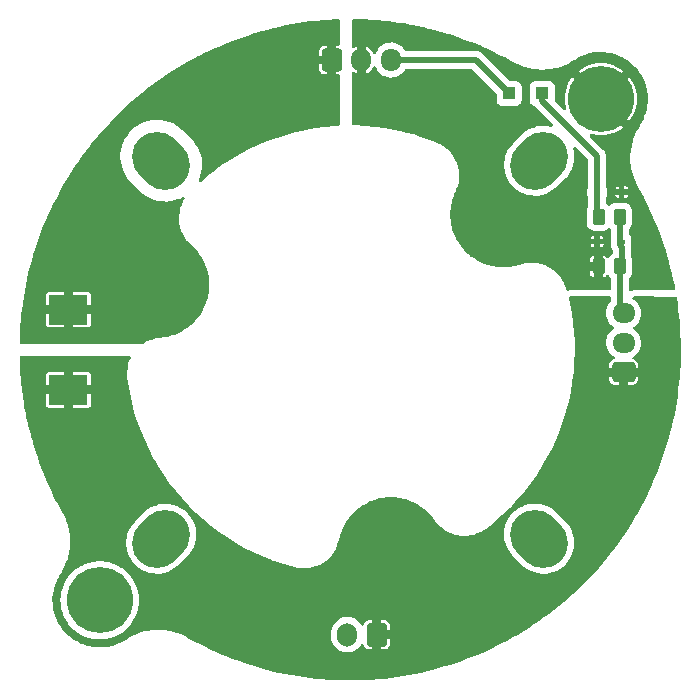
<source format=gbr>
%TF.GenerationSoftware,KiCad,Pcbnew,7.0.8*%
%TF.CreationDate,2023-11-11T22:57:12+01:00*%
%TF.ProjectId,Roborock-CPAP,526f626f-726f-4636-9b2d-435041502e6b,rev?*%
%TF.SameCoordinates,Original*%
%TF.FileFunction,Copper,L1,Top*%
%TF.FilePolarity,Positive*%
%FSLAX46Y46*%
G04 Gerber Fmt 4.6, Leading zero omitted, Abs format (unit mm)*
G04 Created by KiCad (PCBNEW 7.0.8) date 2023-11-11 22:57:12*
%MOMM*%
%LPD*%
G01*
G04 APERTURE LIST*
G04 Aperture macros list*
%AMRoundRect*
0 Rectangle with rounded corners*
0 $1 Rounding radius*
0 $2 $3 $4 $5 $6 $7 $8 $9 X,Y pos of 4 corners*
0 Add a 4 corners polygon primitive as box body*
4,1,4,$2,$3,$4,$5,$6,$7,$8,$9,$2,$3,0*
0 Add four circle primitives for the rounded corners*
1,1,$1+$1,$2,$3*
1,1,$1+$1,$4,$5*
1,1,$1+$1,$6,$7*
1,1,$1+$1,$8,$9*
0 Add four rect primitives between the rounded corners*
20,1,$1+$1,$2,$3,$4,$5,0*
20,1,$1+$1,$4,$5,$6,$7,0*
20,1,$1+$1,$6,$7,$8,$9,0*
20,1,$1+$1,$8,$9,$2,$3,0*%
%AMHorizOval*
0 Thick line with rounded ends*
0 $1 width*
0 $2 $3 position (X,Y) of the first rounded end (center of the circle)*
0 $4 $5 position (X,Y) of the second rounded end (center of the circle)*
0 Add line between two ends*
20,1,$1,$2,$3,$4,$5,0*
0 Add two circle primitives to create the rounded ends*
1,1,$1,$2,$3*
1,1,$1,$4,$5*%
G04 Aperture macros list end*
%TA.AperFunction,SMDPad,CuDef*%
%ADD10R,0.600000X0.450000*%
%TD*%
%TA.AperFunction,SMDPad,CuDef*%
%ADD11RoundRect,0.250000X0.262500X0.450000X-0.262500X0.450000X-0.262500X-0.450000X0.262500X-0.450000X0*%
%TD*%
%TA.AperFunction,SMDPad,CuDef*%
%ADD12R,1.100000X1.100000*%
%TD*%
%TA.AperFunction,ConnectorPad*%
%ADD13C,5.600000*%
%TD*%
%TA.AperFunction,ComponentPad*%
%ADD14C,3.600000*%
%TD*%
%TA.AperFunction,ComponentPad*%
%ADD15RoundRect,0.250000X0.725000X-0.600000X0.725000X0.600000X-0.725000X0.600000X-0.725000X-0.600000X0*%
%TD*%
%TA.AperFunction,ComponentPad*%
%ADD16O,1.950000X1.700000*%
%TD*%
%TA.AperFunction,ComponentPad*%
%ADD17RoundRect,0.250000X-0.600000X-0.725000X0.600000X-0.725000X0.600000X0.725000X-0.600000X0.725000X0*%
%TD*%
%TA.AperFunction,ComponentPad*%
%ADD18O,1.700000X1.950000*%
%TD*%
%TA.AperFunction,SMDPad,CuDef*%
%ADD19R,3.300000X2.500000*%
%TD*%
%TA.AperFunction,ComponentPad*%
%ADD20HorizOval,4.200000X0.353553X0.353553X-0.353553X-0.353553X0*%
%TD*%
%TA.AperFunction,ComponentPad*%
%ADD21RoundRect,0.250000X0.600000X0.750000X-0.600000X0.750000X-0.600000X-0.750000X0.600000X-0.750000X0*%
%TD*%
%TA.AperFunction,ComponentPad*%
%ADD22O,1.700000X2.000000*%
%TD*%
%TA.AperFunction,ComponentPad*%
%ADD23HorizOval,4.200000X0.353553X-0.353553X-0.353553X0.353553X0*%
%TD*%
%TA.AperFunction,ComponentPad*%
%ADD24HorizOval,4.200000X-0.353553X-0.353553X0.353553X0.353553X0*%
%TD*%
%TA.AperFunction,Conductor*%
%ADD25C,0.500000*%
%TD*%
%TA.AperFunction,Conductor*%
%ADD26C,0.250000*%
%TD*%
G04 APERTURE END LIST*
D10*
%TO.P,ZD2,1,K*%
%TO.N,Net-(R1-Pad2)*%
X174950000Y-81700000D03*
%TO.P,ZD2,2,A*%
%TO.N,GND*%
X177050000Y-81700000D03*
%TD*%
D11*
%TO.P,R2,1*%
%TO.N,PWM_OUT*%
X176912500Y-88000000D03*
%TO.P,R2,2*%
%TO.N,GND*%
X175087500Y-88000000D03*
%TD*%
D12*
%TO.P,SBD2,1,K*%
%TO.N,Net-(R1-Pad2)*%
X170300000Y-73350000D03*
%TO.P,SBD2,2,A*%
%TO.N,PWM_IN*%
X167500000Y-73350000D03*
%TD*%
D13*
%TO.P,H2,1,1*%
%TO.N,GND*%
X132836798Y-116263203D03*
D14*
%TO.P,H2,2,1*%
X132836798Y-116263203D03*
%TD*%
D15*
%TO.P,J2,1,Pin_1*%
%TO.N,VCC_FUSED*%
X177200000Y-96950000D03*
D16*
%TO.P,J2,2,Pin_2*%
%TO.N,GND*%
X177200000Y-94450000D03*
%TO.P,J2,3,Pin_3*%
%TO.N,PWM_OUT*%
X177200000Y-91950000D03*
%TD*%
D17*
%TO.P,J1,1,Pin_1*%
%TO.N,VCC*%
X152500000Y-70525000D03*
D18*
%TO.P,J1,2,Pin_2*%
%TO.N,GND*%
X155000000Y-70525000D03*
%TO.P,J1,3,Pin_3*%
%TO.N,PWM_IN*%
X157500000Y-70525000D03*
%TD*%
D19*
%TO.P,SBD1,1,K*%
%TO.N,VCC_FUSED*%
X130200000Y-98450000D03*
%TO.P,SBD1,2,A*%
%TO.N,VCC*%
X130200000Y-91650000D03*
%TD*%
D10*
%TO.P,ZD1,1,K*%
%TO.N,PWM_OUT*%
X177050000Y-85900000D03*
%TO.P,ZD1,2,A*%
%TO.N,GND*%
X174950000Y-85900000D03*
%TD*%
D20*
%TO.P,H12,2,1*%
%TO.N,unconnected-(H12-Pad1)*%
X170050001Y-79050000D03*
%TD*%
D11*
%TO.P,R1,1*%
%TO.N,PWM_OUT*%
X176912500Y-83800000D03*
%TO.P,R1,2*%
%TO.N,Net-(R1-Pad2)*%
X175087500Y-83800000D03*
%TD*%
D14*
%TO.P,H1,1,1*%
%TO.N,GND*%
X175263204Y-73836797D03*
D13*
X175263204Y-73836797D03*
%TD*%
D21*
%TO.P,J3,1,Pin_1*%
%TO.N,VCC_FUSED*%
X156300000Y-119175000D03*
D22*
%TO.P,J3,2,Pin_2*%
%TO.N,GND*%
X153800000Y-119175000D03*
%TD*%
D23*
%TO.P,H14,4,1*%
%TO.N,unconnected-(H14-Pad1)*%
X170050001Y-111050000D03*
%TD*%
%TO.P,H11,1,1*%
%TO.N,unconnected-(H11-Pad1)*%
X138050001Y-79050000D03*
%TD*%
D24*
%TO.P,H13,3,1*%
%TO.N,unconnected-(H13-Pad1)*%
X138050001Y-111050000D03*
%TD*%
D25*
%TO.N,PWM_IN*%
X164675000Y-70525000D02*
X167500000Y-73350000D01*
X157500000Y-70525000D02*
X164675000Y-70525000D01*
%TO.N,PWM_OUT*%
X176912500Y-86212500D02*
X176912500Y-84250000D01*
X177050000Y-86350000D02*
X177050000Y-88312500D01*
X176912500Y-88450000D02*
X176912500Y-92112500D01*
D26*
X177050000Y-88312500D02*
X176912500Y-88450000D01*
D25*
X177050000Y-86350000D02*
X176912500Y-86212500D01*
X176912500Y-92112500D02*
X177200000Y-92400000D01*
%TO.N,Net-(R1-Pad2)*%
X170300000Y-74000000D02*
X174950000Y-78650000D01*
X170300000Y-73350000D02*
X170300000Y-74000000D01*
X174950000Y-78650000D02*
X174950000Y-82150000D01*
X174950000Y-84112500D02*
X175087500Y-84250000D01*
X174950000Y-82150000D02*
X174950000Y-84112500D01*
%TD*%
%TA.AperFunction,Conductor*%
%TO.N,VCC_FUSED*%
G36*
X176028225Y-90540014D02*
G01*
X176096307Y-90560135D01*
X176142706Y-90613873D01*
X176154000Y-90666013D01*
X176154000Y-90897248D01*
X176133998Y-90965369D01*
X176115185Y-90988214D01*
X176051521Y-91049230D01*
X175914013Y-91235154D01*
X175809903Y-91441647D01*
X175776488Y-91550759D01*
X175742189Y-91662757D01*
X175727583Y-91776822D01*
X175712815Y-91892144D01*
X175722630Y-92123178D01*
X175771351Y-92349240D01*
X175857575Y-92563815D01*
X175857577Y-92563819D01*
X175973736Y-92752472D01*
X175978821Y-92760730D01*
X176131602Y-92934324D01*
X176311524Y-93079600D01*
X176332733Y-93091448D01*
X176382446Y-93142129D01*
X176396869Y-93211645D01*
X176371418Y-93277923D01*
X176341839Y-93305838D01*
X176218478Y-93389216D01*
X176218477Y-93389217D01*
X176051521Y-93549230D01*
X175914013Y-93735154D01*
X175809903Y-93941647D01*
X175776488Y-94050759D01*
X175742189Y-94162757D01*
X175727583Y-94276822D01*
X175712815Y-94392144D01*
X175722630Y-94623178D01*
X175771351Y-94849240D01*
X175857575Y-95063815D01*
X175857577Y-95063819D01*
X175939108Y-95196233D01*
X175978821Y-95260730D01*
X176131602Y-95434324D01*
X176311524Y-95579600D01*
X176393431Y-95625356D01*
X176443145Y-95676038D01*
X176457566Y-95745555D01*
X176432115Y-95811832D01*
X176374872Y-95853829D01*
X176373125Y-95854350D01*
X176232910Y-95906647D01*
X176117810Y-95992810D01*
X176031647Y-96107910D01*
X175981400Y-96242628D01*
X175975000Y-96302159D01*
X175975000Y-96575000D01*
X176907427Y-96575000D01*
X176837327Y-96635742D01*
X176763481Y-96750649D01*
X176725000Y-96881705D01*
X176725000Y-97018295D01*
X176763481Y-97149351D01*
X176837327Y-97264258D01*
X176940555Y-97353705D01*
X177064801Y-97410446D01*
X177166025Y-97425000D01*
X177233975Y-97425000D01*
X177335199Y-97410446D01*
X177459445Y-97353705D01*
X177492573Y-97325000D01*
X177575000Y-97325000D01*
X177575000Y-98050000D01*
X177972824Y-98050000D01*
X177972840Y-98049999D01*
X178032371Y-98043599D01*
X178167089Y-97993352D01*
X178282189Y-97907189D01*
X178368352Y-97792089D01*
X178418599Y-97657371D01*
X178424999Y-97597840D01*
X178425000Y-97597823D01*
X178425000Y-97325000D01*
X177575000Y-97325000D01*
X177492573Y-97325000D01*
X177562673Y-97264258D01*
X177636519Y-97149351D01*
X177675000Y-97018295D01*
X177675000Y-96881705D01*
X177636519Y-96750649D01*
X177562673Y-96635742D01*
X177492573Y-96575000D01*
X178425000Y-96575000D01*
X178425000Y-96302176D01*
X178424999Y-96302159D01*
X178418599Y-96242628D01*
X178368352Y-96107910D01*
X178282189Y-95992810D01*
X178167089Y-95906647D01*
X178028144Y-95854824D01*
X177971308Y-95812277D01*
X177946497Y-95745757D01*
X177961588Y-95676383D01*
X178001616Y-95632378D01*
X178181523Y-95510783D01*
X178348476Y-95350772D01*
X178485985Y-95164847D01*
X178590095Y-94958357D01*
X178657811Y-94737243D01*
X178687184Y-94507865D01*
X178682793Y-94404510D01*
X178677369Y-94276821D01*
X178628648Y-94050759D01*
X178584803Y-93941647D01*
X178542426Y-93836187D01*
X178510425Y-93784215D01*
X178463532Y-93708056D01*
X178421179Y-93639270D01*
X178268398Y-93465676D01*
X178088476Y-93320400D01*
X178067264Y-93308550D01*
X178017552Y-93257869D01*
X178003131Y-93188352D01*
X178028582Y-93122074D01*
X178058161Y-93094161D01*
X178181523Y-93010783D01*
X178348476Y-92850772D01*
X178485985Y-92664847D01*
X178590095Y-92458357D01*
X178657811Y-92237243D01*
X178687184Y-92007865D01*
X178683275Y-91915854D01*
X178677369Y-91776821D01*
X178648800Y-91644262D01*
X178628649Y-91550762D01*
X178542426Y-91336187D01*
X178421179Y-91139270D01*
X178268398Y-90965676D01*
X178088476Y-90820400D01*
X178015475Y-90779619D01*
X177965761Y-90728937D01*
X177951340Y-90659420D01*
X177976791Y-90593142D01*
X178034034Y-90551146D01*
X178077145Y-90543621D01*
X181573737Y-90549777D01*
X181641817Y-90569898D01*
X181688216Y-90623636D01*
X181697860Y-90655454D01*
X181701154Y-90675606D01*
X181769702Y-91109063D01*
X181844681Y-91706711D01*
X181897592Y-92148660D01*
X181949857Y-92743381D01*
X181986512Y-93192342D01*
X182016429Y-93784215D01*
X182036330Y-94238554D01*
X182044194Y-94827448D01*
X182046983Y-95285942D01*
X182033048Y-95871419D01*
X182018455Y-96332984D01*
X181982951Y-96914771D01*
X181950787Y-97378186D01*
X181893926Y-97955944D01*
X181844077Y-98420106D01*
X181766080Y-98993266D01*
X181698467Y-99457349D01*
X181599562Y-100025339D01*
X181514175Y-100488361D01*
X181394555Y-101050807D01*
X181291461Y-101511716D01*
X181151362Y-102068028D01*
X181030621Y-102526060D01*
X180870312Y-103075565D01*
X180732039Y-103529904D01*
X180551767Y-104072061D01*
X180396126Y-104521869D01*
X180196175Y-105056064D01*
X180023355Y-105500563D01*
X179804032Y-106026169D01*
X179614247Y-106464623D01*
X179375863Y-106981046D01*
X179231311Y-107283226D01*
X179169379Y-107412692D01*
X178912272Y-107919326D01*
X178689385Y-108343425D01*
X178413907Y-108839676D01*
X178174920Y-109255559D01*
X177881462Y-109740804D01*
X177626719Y-110147793D01*
X177315653Y-110621478D01*
X177045556Y-111018873D01*
X176717301Y-111480410D01*
X176432228Y-111867609D01*
X176087214Y-112316429D01*
X175787628Y-112692769D01*
X175426294Y-113128332D01*
X175112615Y-113493261D01*
X174735462Y-113914978D01*
X174408179Y-114267910D01*
X174015653Y-114675297D01*
X173675303Y-115015647D01*
X173267889Y-115408199D01*
X172915002Y-115735440D01*
X172493255Y-116112620D01*
X172128325Y-116426299D01*
X171692783Y-116787618D01*
X171316429Y-117087215D01*
X170867598Y-117432236D01*
X170480412Y-117717300D01*
X170018881Y-118045551D01*
X169621474Y-118315656D01*
X169147793Y-118626719D01*
X168740796Y-118881466D01*
X168255578Y-119174909D01*
X167839641Y-119413927D01*
X167343441Y-119689376D01*
X166919317Y-119912277D01*
X166412675Y-120169387D01*
X165981038Y-120375867D01*
X165464636Y-120614241D01*
X165026150Y-120804040D01*
X164500572Y-121023351D01*
X164056012Y-121196194D01*
X163521909Y-121396111D01*
X163072009Y-121551785D01*
X162529916Y-121732035D01*
X162075542Y-121870319D01*
X161526071Y-122030619D01*
X161068007Y-122151367D01*
X160511725Y-122291459D01*
X160050787Y-122394559D01*
X159488367Y-122514173D01*
X159025327Y-122599564D01*
X158457350Y-122698467D01*
X157993266Y-122766080D01*
X157420106Y-122844077D01*
X156955940Y-122893926D01*
X156378189Y-122950787D01*
X155914807Y-122982948D01*
X155332952Y-123018456D01*
X154871502Y-123033045D01*
X154285939Y-123046983D01*
X153827449Y-123044194D01*
X153238554Y-123036330D01*
X152784216Y-123016429D01*
X152192344Y-122986512D01*
X151743368Y-122949855D01*
X151148663Y-122897592D01*
X150706701Y-122844680D01*
X150109060Y-122769701D01*
X149675754Y-122701177D01*
X149074927Y-122603009D01*
X148652496Y-122519780D01*
X148047757Y-122397755D01*
X147638772Y-122301034D01*
X147028958Y-122154218D01*
X146636979Y-122045771D01*
X146019993Y-121872748D01*
X145649926Y-121755183D01*
X145022243Y-121553729D01*
X144682039Y-121431357D01*
X144037125Y-121197615D01*
X143740936Y-121078289D01*
X143065972Y-120804884D01*
X142844253Y-120705693D01*
X142110214Y-120376114D01*
X142051616Y-120347202D01*
X141176500Y-119914534D01*
X140926592Y-119779201D01*
X140262412Y-119419526D01*
X140261853Y-119419210D01*
X140261854Y-119419210D01*
X140197377Y-119382713D01*
X152441500Y-119382713D01*
X152456198Y-119555417D01*
X152456199Y-119555421D01*
X152514468Y-119779201D01*
X152514470Y-119779207D01*
X152581106Y-119926622D01*
X152601989Y-119972823D01*
X152609722Y-119989929D01*
X152739217Y-120181523D01*
X152898007Y-120347202D01*
X152899230Y-120348478D01*
X153085154Y-120485986D01*
X153152841Y-120520112D01*
X153291643Y-120590095D01*
X153512757Y-120657811D01*
X153742135Y-120687184D01*
X153973178Y-120677369D01*
X154199238Y-120628649D01*
X154413813Y-120542426D01*
X154610730Y-120421179D01*
X154784324Y-120268398D01*
X154929600Y-120088476D01*
X154975357Y-120006566D01*
X155026038Y-119956854D01*
X155095554Y-119942433D01*
X155161832Y-119967883D01*
X155203829Y-120025127D01*
X155204350Y-120026874D01*
X155256647Y-120167089D01*
X155342810Y-120282189D01*
X155457910Y-120368352D01*
X155592628Y-120418599D01*
X155652159Y-120424999D01*
X155652176Y-120425000D01*
X155925000Y-120425000D01*
X155925000Y-119511656D01*
X156026900Y-119599952D01*
X156157685Y-119659680D01*
X156264237Y-119675000D01*
X156335763Y-119675000D01*
X156442315Y-119659680D01*
X156573100Y-119599952D01*
X156630748Y-119550000D01*
X156675000Y-119550000D01*
X156675000Y-120425000D01*
X156947824Y-120425000D01*
X156947840Y-120424999D01*
X157007371Y-120418599D01*
X157142089Y-120368352D01*
X157257189Y-120282189D01*
X157343352Y-120167089D01*
X157393599Y-120032371D01*
X157399999Y-119972840D01*
X157400000Y-119972823D01*
X157400000Y-119550000D01*
X156675000Y-119550000D01*
X156630748Y-119550000D01*
X156681761Y-119505798D01*
X156759493Y-119384844D01*
X156800000Y-119246889D01*
X156800000Y-119103111D01*
X156759493Y-118965156D01*
X156681761Y-118844202D01*
X156573100Y-118750048D01*
X156442315Y-118690320D01*
X156335763Y-118675000D01*
X156264237Y-118675000D01*
X156157685Y-118690320D01*
X156026900Y-118750048D01*
X155925000Y-118838343D01*
X155925000Y-117925000D01*
X156675000Y-117925000D01*
X156675000Y-118800000D01*
X157400000Y-118800000D01*
X157400000Y-118377176D01*
X157399999Y-118377159D01*
X157393599Y-118317628D01*
X157343352Y-118182910D01*
X157257189Y-118067810D01*
X157142089Y-117981647D01*
X157007371Y-117931400D01*
X156947840Y-117925000D01*
X156675000Y-117925000D01*
X155925000Y-117925000D01*
X155652159Y-117925000D01*
X155592628Y-117931400D01*
X155457910Y-117981647D01*
X155342810Y-118067810D01*
X155256648Y-118182909D01*
X155204824Y-118321856D01*
X155162277Y-118378691D01*
X155095757Y-118403502D01*
X155026383Y-118388411D01*
X154982376Y-118348380D01*
X154964449Y-118321856D01*
X154860783Y-118168477D01*
X154700772Y-118001524D01*
X154700771Y-118001523D01*
X154700769Y-118001521D01*
X154514845Y-117864013D01*
X154379470Y-117795759D01*
X154308357Y-117759905D01*
X154308354Y-117759904D01*
X154308352Y-117759903D01*
X154169238Y-117717300D01*
X154087243Y-117692189D01*
X153857865Y-117662816D01*
X153857861Y-117662816D01*
X153857853Y-117662815D01*
X153626821Y-117672630D01*
X153400759Y-117721351D01*
X153186184Y-117807575D01*
X153186180Y-117807577D01*
X152989272Y-117928819D01*
X152989268Y-117928822D01*
X152815676Y-118081601D01*
X152733876Y-118182910D01*
X152670400Y-118261524D01*
X152598866Y-118389573D01*
X152557619Y-118463410D01*
X152480582Y-118681442D01*
X152480582Y-118681443D01*
X152480581Y-118681450D01*
X152441500Y-118909375D01*
X152441500Y-118909378D01*
X152441500Y-119382713D01*
X140197377Y-119382713D01*
X140077816Y-119315036D01*
X140077817Y-119315036D01*
X140077813Y-119315034D01*
X140077811Y-119315033D01*
X139693413Y-119138574D01*
X139693410Y-119138572D01*
X139693408Y-119138572D01*
X139497165Y-119067865D01*
X139295489Y-118995200D01*
X138886881Y-118885937D01*
X138651604Y-118843911D01*
X138470508Y-118811563D01*
X138049338Y-118772611D01*
X137626386Y-118769357D01*
X137626385Y-118769357D01*
X137626384Y-118769357D01*
X137415527Y-118785592D01*
X137204669Y-118801827D01*
X136995934Y-118835806D01*
X136787198Y-118869786D01*
X136787199Y-118869786D01*
X136650453Y-118904108D01*
X136376959Y-118972752D01*
X135976876Y-119109987D01*
X135589810Y-119280512D01*
X135218523Y-119483109D01*
X135145053Y-119531688D01*
X135043412Y-119598896D01*
X135040791Y-119600538D01*
X134805036Y-119740301D01*
X134706345Y-119798566D01*
X134700994Y-119801387D01*
X134495679Y-119897373D01*
X134493312Y-119898465D01*
X134345264Y-119966698D01*
X134339871Y-119968888D01*
X134135604Y-120041029D01*
X133969281Y-120098080D01*
X133963916Y-120099658D01*
X133757644Y-120150504D01*
X133582131Y-120191413D01*
X133576861Y-120192407D01*
X133368841Y-120222542D01*
X133187654Y-120245780D01*
X133182537Y-120246225D01*
X132973973Y-120255836D01*
X132789756Y-120260648D01*
X132784850Y-120260585D01*
X132577233Y-120249828D01*
X132392391Y-120235879D01*
X132387746Y-120235354D01*
X132302733Y-120222542D01*
X132182766Y-120204461D01*
X131999483Y-120171722D01*
X131995132Y-120170785D01*
X131794546Y-120120121D01*
X131683749Y-120088477D01*
X131614950Y-120068827D01*
X131610939Y-120067535D01*
X131416497Y-119997609D01*
X131242586Y-119928219D01*
X131238925Y-119926622D01*
X131052376Y-119838105D01*
X130886087Y-119751305D01*
X130882802Y-119749463D01*
X130705841Y-119643182D01*
X130597336Y-119571702D01*
X130548952Y-119539828D01*
X130546066Y-119537808D01*
X130381481Y-119415606D01*
X130379229Y-119413854D01*
X130234566Y-119295920D01*
X130232057Y-119293762D01*
X130080220Y-119156096D01*
X130078004Y-119153986D01*
X129946018Y-119021999D01*
X129943912Y-119019789D01*
X129806223Y-118867927D01*
X129804075Y-118865430D01*
X129686146Y-118720771D01*
X129684394Y-118718520D01*
X129656865Y-118681443D01*
X129562172Y-118553907D01*
X129560178Y-118551058D01*
X129456828Y-118394177D01*
X129350523Y-118217177D01*
X129348697Y-118213919D01*
X129261891Y-118047616D01*
X129240019Y-118001521D01*
X129186228Y-117888158D01*
X129170202Y-117853246D01*
X129168972Y-117850377D01*
X129102393Y-117683511D01*
X129062268Y-117571936D01*
X129024302Y-117460701D01*
X129023355Y-117457682D01*
X128979879Y-117305455D01*
X128966701Y-117253281D01*
X128959482Y-117224702D01*
X128920324Y-117055540D01*
X128919693Y-117052463D01*
X128895546Y-116917281D01*
X128886512Y-116857339D01*
X128877588Y-116786911D01*
X128859287Y-116642475D01*
X128858966Y-116639296D01*
X128850173Y-116522787D01*
X128847807Y-116477132D01*
X128842544Y-116263206D01*
X129523439Y-116263206D01*
X129542862Y-116621440D01*
X129600901Y-116975472D01*
X129696882Y-117321162D01*
X129740661Y-117431040D01*
X129829675Y-117654446D01*
X129910859Y-117807575D01*
X129997720Y-117971413D01*
X129997722Y-117971417D01*
X130120389Y-118152337D01*
X130199056Y-118268362D01*
X130431314Y-118541798D01*
X130691760Y-118788507D01*
X130691775Y-118788520D01*
X130977384Y-119005634D01*
X131284793Y-119190596D01*
X131610397Y-119341236D01*
X131950381Y-119455790D01*
X132300756Y-119532914D01*
X132657416Y-119571703D01*
X132657424Y-119571703D01*
X133016172Y-119571703D01*
X133016180Y-119571703D01*
X133372840Y-119532914D01*
X133723215Y-119455790D01*
X134063199Y-119341236D01*
X134388803Y-119190596D01*
X134696212Y-119005634D01*
X134981821Y-118788520D01*
X134983818Y-118786629D01*
X135094853Y-118681450D01*
X135242282Y-118541798D01*
X135474540Y-118268362D01*
X135675873Y-117971418D01*
X135843921Y-117654446D01*
X135976713Y-117321164D01*
X136072693Y-116975477D01*
X136130734Y-116621440D01*
X136147439Y-116313322D01*
X136150157Y-116263206D01*
X136150157Y-116263199D01*
X136142721Y-116126053D01*
X136130734Y-115904966D01*
X136072693Y-115550929D01*
X135976713Y-115205242D01*
X135843921Y-114871960D01*
X135675873Y-114554988D01*
X135474540Y-114258044D01*
X135242282Y-113984608D01*
X135203204Y-113947591D01*
X134981835Y-113737898D01*
X134981820Y-113737885D01*
X134696216Y-113520775D01*
X134696210Y-113520771D01*
X134685566Y-113514367D01*
X134388803Y-113335810D01*
X134063199Y-113185170D01*
X133823625Y-113104448D01*
X133723224Y-113070619D01*
X133723223Y-113070618D01*
X133723215Y-113070616D01*
X133675713Y-113060159D01*
X133372852Y-112993494D01*
X133372828Y-112993490D01*
X133016187Y-112954703D01*
X133016180Y-112954703D01*
X132657416Y-112954703D01*
X132657408Y-112954703D01*
X132300767Y-112993490D01*
X132300743Y-112993494D01*
X131950385Y-113070615D01*
X131950371Y-113070619D01*
X131610399Y-113185169D01*
X131610397Y-113185170D01*
X131309724Y-113324276D01*
X131284787Y-113335813D01*
X130977385Y-113520771D01*
X130977379Y-113520775D01*
X130691775Y-113737885D01*
X130691760Y-113737898D01*
X130431314Y-113984607D01*
X130199054Y-114258046D01*
X129997722Y-114554988D01*
X129997720Y-114554992D01*
X129829674Y-114871962D01*
X129829670Y-114871971D01*
X129696882Y-115205243D01*
X129600901Y-115550933D01*
X129542862Y-115904965D01*
X129523439Y-116263199D01*
X129523439Y-116263206D01*
X128842544Y-116263206D01*
X128841630Y-116226067D01*
X128841631Y-116222912D01*
X128844162Y-116126053D01*
X128845835Y-116089747D01*
X128867298Y-115810967D01*
X128867618Y-115807864D01*
X128877449Y-115731212D01*
X128881917Y-115700366D01*
X128935706Y-115401858D01*
X128936343Y-115398778D01*
X128938966Y-115387523D01*
X128949475Y-115342432D01*
X128956561Y-115313688D01*
X129045783Y-115003078D01*
X129046715Y-115000118D01*
X129058880Y-114964647D01*
X129069641Y-114934178D01*
X129195978Y-114618930D01*
X129197216Y-114616054D01*
X129202443Y-114604711D01*
X129219887Y-114567399D01*
X129221078Y-114564994D01*
X129383519Y-114254942D01*
X129385061Y-114252180D01*
X129411946Y-114206829D01*
X129504412Y-114063123D01*
X129628529Y-113870674D01*
X129637060Y-113854776D01*
X129748820Y-113646484D01*
X129845060Y-113467120D01*
X130023779Y-113045456D01*
X130121036Y-112741114D01*
X130127237Y-112723038D01*
X130128304Y-112718783D01*
X130129384Y-112714991D01*
X130163188Y-112609214D01*
X130218088Y-112361060D01*
X130230201Y-112312804D01*
X130230201Y-112312806D01*
X130231742Y-112303336D01*
X130233915Y-112289989D01*
X130234573Y-112286556D01*
X130262119Y-112162052D01*
X130288134Y-111956919D01*
X130296755Y-111903965D01*
X130298161Y-111895332D01*
X130300295Y-111867609D01*
X130301464Y-111852425D01*
X130301775Y-111849376D01*
X130306927Y-111808755D01*
X130319742Y-111707717D01*
X130325561Y-111539449D01*
X130330631Y-111473614D01*
X130330123Y-111407590D01*
X130330637Y-111392733D01*
X130334438Y-111282861D01*
X135085778Y-111282861D01*
X135088358Y-111450282D01*
X135090735Y-111604590D01*
X135135190Y-111923278D01*
X135165895Y-112037869D01*
X135218471Y-112234088D01*
X135339314Y-112532305D01*
X135339317Y-112532311D01*
X135495888Y-112813408D01*
X135495892Y-112813415D01*
X135685827Y-113073152D01*
X135685831Y-113073156D01*
X135906233Y-113307572D01*
X135906236Y-113307574D01*
X135906241Y-113307579D01*
X136106380Y-113473772D01*
X136153791Y-113513142D01*
X136153798Y-113513147D01*
X136361912Y-113646482D01*
X136424728Y-113686727D01*
X136714943Y-113825702D01*
X136714945Y-113825702D01*
X136714948Y-113825704D01*
X136954313Y-113905931D01*
X137020036Y-113927959D01*
X137335382Y-113991948D01*
X137656202Y-114016700D01*
X137977633Y-114001839D01*
X138294800Y-113947592D01*
X138602898Y-113854778D01*
X138897255Y-113724807D01*
X139173408Y-113559648D01*
X139427172Y-113361805D01*
X140304871Y-112484106D01*
X140464637Y-112303336D01*
X140646483Y-112037874D01*
X140688391Y-111956864D01*
X140765009Y-111808755D01*
X140794329Y-111752077D01*
X140905932Y-111450277D01*
X140979603Y-111137052D01*
X141014223Y-110817145D01*
X141009267Y-110495410D01*
X140964812Y-110176722D01*
X140881531Y-109865913D01*
X140760687Y-109567693D01*
X140604110Y-109286585D01*
X140414175Y-109026848D01*
X140355905Y-108964873D01*
X140193768Y-108792427D01*
X140193765Y-108792425D01*
X140193763Y-108792424D01*
X140193761Y-108792421D01*
X139946211Y-108586857D01*
X139946210Y-108586856D01*
X139946203Y-108586851D01*
X139675280Y-108413276D01*
X139674770Y-108413032D01*
X139450576Y-108305672D01*
X139385053Y-108274295D01*
X139079970Y-108172042D01*
X139079963Y-108172040D01*
X138764622Y-108108051D01*
X138764624Y-108108051D01*
X138581294Y-108093907D01*
X138443800Y-108083300D01*
X138443798Y-108083300D01*
X138443797Y-108083300D01*
X138390199Y-108085778D01*
X138122369Y-108098160D01*
X138122365Y-108098160D01*
X138122358Y-108098161D01*
X137805217Y-108152404D01*
X137805206Y-108152407D01*
X137805203Y-108152407D01*
X137805202Y-108152408D01*
X137740033Y-108172040D01*
X137497103Y-108245222D01*
X137497099Y-108245223D01*
X137202751Y-108375191D01*
X137202738Y-108375197D01*
X136926595Y-108540350D01*
X136672837Y-108738189D01*
X136672834Y-108738191D01*
X135795131Y-109615894D01*
X135635364Y-109796663D01*
X135453522Y-110062119D01*
X135453514Y-110062132D01*
X135305674Y-110347919D01*
X135194071Y-110649717D01*
X135194069Y-110649726D01*
X135120399Y-110962944D01*
X135085778Y-111282861D01*
X130334438Y-111282861D01*
X130335574Y-111250015D01*
X130327959Y-111116575D01*
X130327861Y-111113505D01*
X130327378Y-111050662D01*
X130327378Y-111050663D01*
X130319077Y-110960917D01*
X130309484Y-110792784D01*
X130294154Y-110690370D01*
X130293731Y-110686865D01*
X130288425Y-110629495D01*
X130267551Y-110512634D01*
X130241690Y-110339860D01*
X130240594Y-110335384D01*
X130223677Y-110266303D01*
X130222863Y-110262451D01*
X130214052Y-110213123D01*
X130173708Y-110062253D01*
X130132758Y-109895023D01*
X130116639Y-109848231D01*
X130115344Y-109843990D01*
X130108060Y-109816751D01*
X130104789Y-109804516D01*
X130031818Y-109601990D01*
X130017281Y-109559789D01*
X129983603Y-109462017D01*
X129973529Y-109439658D01*
X129971709Y-109435162D01*
X129966103Y-109419601D01*
X129961418Y-109406596D01*
X129961418Y-109406598D01*
X129961416Y-109406593D01*
X129882060Y-109233724D01*
X129811116Y-109079180D01*
X129802894Y-109060931D01*
X129795475Y-109044465D01*
X129794827Y-109043290D01*
X129792753Y-109039179D01*
X129784957Y-109022196D01*
X129717833Y-108903612D01*
X129684927Y-108843914D01*
X129666883Y-108811673D01*
X129653306Y-108787414D01*
X129272563Y-108084331D01*
X129099534Y-107749690D01*
X128808991Y-107162036D01*
X128779816Y-107099987D01*
X128636757Y-106795730D01*
X128394102Y-106255288D01*
X128378300Y-106219965D01*
X128210149Y-105824265D01*
X128021606Y-105358801D01*
X127980733Y-105257346D01*
X127959964Y-105202854D01*
X127820404Y-104836681D01*
X127714105Y-104543390D01*
X127668660Y-104418004D01*
X127619190Y-104280474D01*
X127584530Y-104178100D01*
X127468164Y-103834391D01*
X127344779Y-103449953D01*
X127294171Y-103290648D01*
X127269785Y-103208558D01*
X127230278Y-103075565D01*
X127153972Y-102818692D01*
X127054208Y-102462943D01*
X127006143Y-102289212D01*
X126908756Y-101909503D01*
X126878353Y-101790962D01*
X126798863Y-101460794D01*
X126755536Y-101277583D01*
X126641788Y-100752616D01*
X126580181Y-100447306D01*
X126542686Y-100256992D01*
X126461125Y-99797544D01*
X126444686Y-99704940D01*
X126398786Y-99424019D01*
X126367946Y-99228997D01*
X126311839Y-98825000D01*
X128300000Y-98825000D01*
X128300000Y-99724626D01*
X128314504Y-99797544D01*
X128314505Y-99797545D01*
X128369759Y-99880240D01*
X128452454Y-99935494D01*
X128452455Y-99935495D01*
X128525373Y-99949999D01*
X128525377Y-99950000D01*
X129825000Y-99950000D01*
X129825000Y-98825000D01*
X130575000Y-98825000D01*
X130575000Y-99950000D01*
X131874623Y-99950000D01*
X131874626Y-99949999D01*
X131947544Y-99935495D01*
X131947545Y-99935494D01*
X132030240Y-99880240D01*
X132085494Y-99797545D01*
X132085495Y-99797544D01*
X132099999Y-99724626D01*
X132100000Y-99724622D01*
X132100000Y-98825000D01*
X130575000Y-98825000D01*
X129825000Y-98825000D01*
X128300000Y-98825000D01*
X126311839Y-98825000D01*
X126287450Y-98649388D01*
X126255300Y-98393130D01*
X126231569Y-98194910D01*
X126219501Y-98075000D01*
X128300000Y-98075000D01*
X129825000Y-98075000D01*
X129825000Y-96950000D01*
X130575000Y-96950000D01*
X130575000Y-98075000D01*
X132100000Y-98075000D01*
X132100000Y-97175377D01*
X132099999Y-97175373D01*
X132085495Y-97102455D01*
X132085494Y-97102454D01*
X132030240Y-97019759D01*
X131947545Y-96964505D01*
X131947544Y-96964504D01*
X131874626Y-96950000D01*
X130575000Y-96950000D01*
X129825000Y-96950000D01*
X128525373Y-96950000D01*
X128452455Y-96964504D01*
X128452454Y-96964505D01*
X128369759Y-97019759D01*
X128314505Y-97102454D01*
X128314504Y-97102455D01*
X128300000Y-97175373D01*
X128300000Y-98075000D01*
X126219501Y-98075000D01*
X126170431Y-97587464D01*
X126150130Y-97356458D01*
X126133777Y-97156146D01*
X126121761Y-96964504D01*
X126093916Y-96520424D01*
X126083567Y-96315678D01*
X126074741Y-96114168D01*
X126071715Y-95992810D01*
X126063985Y-95682825D01*
X126082283Y-95614231D01*
X126134763Y-95566415D01*
X126202698Y-95554335D01*
X126214150Y-95555500D01*
X135350086Y-95555500D01*
X135418207Y-95575502D01*
X135464700Y-95629158D01*
X135474804Y-95699432D01*
X135465307Y-95732490D01*
X135363288Y-95963018D01*
X135363283Y-95963031D01*
X135264681Y-96272430D01*
X135200042Y-96590672D01*
X135200041Y-96590678D01*
X135170122Y-96914036D01*
X135175272Y-97238736D01*
X135191700Y-97370442D01*
X135191696Y-97370481D01*
X135195369Y-97399861D01*
X135247571Y-97818919D01*
X135389159Y-98651561D01*
X135567600Y-99477090D01*
X135782543Y-100293876D01*
X136033562Y-101100306D01*
X136320163Y-101894787D01*
X136641779Y-102675750D01*
X136997774Y-103441653D01*
X137387447Y-104190983D01*
X137598441Y-104556108D01*
X137810027Y-104922259D01*
X138264679Y-105634039D01*
X138750507Y-106324917D01*
X139266550Y-106993527D01*
X139811789Y-107638549D01*
X140385147Y-108258710D01*
X140985493Y-108852785D01*
X141611640Y-109419601D01*
X142262351Y-109958037D01*
X142936343Y-110467032D01*
X143632283Y-110945578D01*
X144348798Y-111392733D01*
X145084471Y-111807611D01*
X145837851Y-112189394D01*
X146607449Y-112537329D01*
X146847695Y-112633329D01*
X146848779Y-112634180D01*
X146868978Y-112641833D01*
X147391746Y-112850727D01*
X147554754Y-112907603D01*
X147651331Y-112941301D01*
X147653996Y-112943208D01*
X147698623Y-112957802D01*
X147949840Y-113045456D01*
X148189192Y-113128970D01*
X148468084Y-113212580D01*
X148472397Y-113215386D01*
X148537762Y-113233469D01*
X148998213Y-113371509D01*
X149355671Y-113461550D01*
X149355707Y-113461572D01*
X149365281Y-113463985D01*
X149365292Y-113463991D01*
X149372173Y-113465722D01*
X149565161Y-113514367D01*
X149565160Y-113514367D01*
X149718757Y-113535808D01*
X149886788Y-113559264D01*
X150211382Y-113569190D01*
X150535151Y-113544030D01*
X150854314Y-113484079D01*
X151165144Y-113390035D01*
X151464010Y-113262998D01*
X151747422Y-113104451D01*
X152012070Y-112916246D01*
X152254862Y-112700581D01*
X152472964Y-112459975D01*
X152663827Y-112197238D01*
X152825222Y-111915439D01*
X152955266Y-111617868D01*
X153052438Y-111308002D01*
X153083734Y-111150090D01*
X153084335Y-111147382D01*
X153150040Y-110879967D01*
X153181177Y-110754220D01*
X153182750Y-110748894D01*
X153197689Y-110705462D01*
X153258577Y-110528442D01*
X153316703Y-110362388D01*
X153318655Y-110357492D01*
X153410334Y-110153102D01*
X153434179Y-110101204D01*
X153487676Y-109984765D01*
X153489969Y-109980267D01*
X153597851Y-109788304D01*
X153692647Y-109624514D01*
X153695243Y-109620405D01*
X153818851Y-109440641D01*
X153929890Y-109284653D01*
X153932689Y-109281014D01*
X154071263Y-109114041D01*
X154197368Y-108968098D01*
X154200334Y-108964900D01*
X154352876Y-108811649D01*
X154492810Y-108677520D01*
X154495880Y-108674769D01*
X154661259Y-108536218D01*
X154813716Y-108415372D01*
X154816839Y-108413054D01*
X154993747Y-108290198D01*
X155157334Y-108183891D01*
X155160467Y-108181984D01*
X155347556Y-108075697D01*
X155520755Y-107985021D01*
X155523841Y-107983512D01*
X155719687Y-107894573D01*
X155900923Y-107820429D01*
X155903902Y-107819301D01*
X156106958Y-107748402D01*
X156294539Y-107691535D01*
X156297404Y-107690742D01*
X156504762Y-107638773D01*
X156507350Y-107638186D01*
X156698340Y-107599393D01*
X156701048Y-107598907D01*
X156912164Y-107565875D01*
X156915137Y-107565484D01*
X157110053Y-107544662D01*
X157324660Y-107530725D01*
X157327820Y-107530603D01*
X157523695Y-107528166D01*
X157738646Y-107533650D01*
X157742101Y-107533835D01*
X157936980Y-107549759D01*
X158150662Y-107574630D01*
X158154321Y-107575166D01*
X158346416Y-107609229D01*
X158557209Y-107653327D01*
X158561052Y-107654259D01*
X158748573Y-107706051D01*
X158954821Y-107769079D01*
X158958764Y-107770430D01*
X159139970Y-107839350D01*
X159340166Y-107920927D01*
X159344179Y-107922730D01*
X159511838Y-108005259D01*
X159517195Y-108007896D01*
X159709921Y-108107571D01*
X159713984Y-108109867D01*
X159877023Y-108210141D01*
X160060978Y-108327443D01*
X160064979Y-108330219D01*
X160216158Y-108444044D01*
X160340759Y-108540352D01*
X160390348Y-108578681D01*
X160394267Y-108581973D01*
X160452817Y-108635363D01*
X160531147Y-108706791D01*
X160695270Y-108859191D01*
X160699033Y-108862996D01*
X160817361Y-108993243D01*
X160973087Y-109166535D01*
X160976635Y-109170855D01*
X161024053Y-109234099D01*
X161064029Y-109287418D01*
X161153077Y-109406593D01*
X161219028Y-109494859D01*
X161219921Y-109496172D01*
X161219966Y-109496238D01*
X161220247Y-109496651D01*
X161249067Y-109539009D01*
X161311212Y-109630545D01*
X161511339Y-109865913D01*
X161521569Y-109877945D01*
X161521573Y-109877949D01*
X161757399Y-110101204D01*
X161974623Y-110266303D01*
X162015934Y-110297701D01*
X162294170Y-110465157D01*
X162294171Y-110465158D01*
X162588853Y-110601610D01*
X162588856Y-110601611D01*
X162731375Y-110649717D01*
X162896536Y-110705466D01*
X163050589Y-110739496D01*
X163213631Y-110775512D01*
X163213637Y-110775513D01*
X163371042Y-110792784D01*
X163536435Y-110810932D01*
X163861175Y-110811310D01*
X163861175Y-110811309D01*
X163861177Y-110811310D01*
X163918254Y-110805181D01*
X164184060Y-110776643D01*
X164501318Y-110707335D01*
X164653974Y-110656203D01*
X167083301Y-110656203D01*
X167098162Y-110977634D01*
X167110653Y-111050662D01*
X167152409Y-111294799D01*
X167208324Y-111480410D01*
X167245223Y-111602897D01*
X167245224Y-111602901D01*
X167316630Y-111764619D01*
X167374345Y-111895332D01*
X167375192Y-111897249D01*
X167375198Y-111897262D01*
X167540351Y-112173405D01*
X167540353Y-112173407D01*
X167738196Y-112427171D01*
X168615895Y-113304870D01*
X168796665Y-113464636D01*
X169062127Y-113646482D01*
X169062131Y-113646484D01*
X169062135Y-113646487D01*
X169238841Y-113737898D01*
X169347920Y-113794326D01*
X169347919Y-113794326D01*
X169347922Y-113794327D01*
X169347924Y-113794328D01*
X169432772Y-113825704D01*
X169649718Y-113905929D01*
X169649719Y-113905929D01*
X169649724Y-113905931D01*
X169962949Y-113979602D01*
X170282856Y-114014222D01*
X170604591Y-114009266D01*
X170923279Y-113964811D01*
X171234088Y-113881530D01*
X171532308Y-113760686D01*
X171813416Y-113604109D01*
X172073153Y-113414174D01*
X172307580Y-113193760D01*
X172513144Y-112946210D01*
X172686728Y-112675273D01*
X172825703Y-112385058D01*
X172927960Y-112079965D01*
X172991950Y-111764619D01*
X173016701Y-111443799D01*
X173001841Y-111122368D01*
X172977086Y-110977634D01*
X172947596Y-110805216D01*
X172947594Y-110805211D01*
X172947593Y-110805201D01*
X172854779Y-110497103D01*
X172854031Y-110495410D01*
X172803319Y-110380558D01*
X172724808Y-110202746D01*
X172724803Y-110202737D01*
X172559650Y-109926594D01*
X172424767Y-109753586D01*
X172361806Y-109672829D01*
X171484107Y-108795130D01*
X171481042Y-108792421D01*
X171303337Y-108635363D01*
X171037881Y-108453521D01*
X171037868Y-108453513D01*
X170752080Y-108305673D01*
X170752082Y-108305673D01*
X170450283Y-108194070D01*
X170450274Y-108194068D01*
X170137056Y-108120398D01*
X169931571Y-108098161D01*
X169817146Y-108085778D01*
X169817143Y-108085778D01*
X169817134Y-108085777D01*
X169499540Y-108090670D01*
X169495411Y-108090734D01*
X169252060Y-108124680D01*
X169176723Y-108135189D01*
X168865912Y-108218470D01*
X168567695Y-108339313D01*
X168567689Y-108339316D01*
X168286592Y-108495887D01*
X168286588Y-108495889D01*
X168286586Y-108495891D01*
X168026849Y-108685826D01*
X168026844Y-108685830D01*
X167792428Y-108906232D01*
X167792426Y-108906235D01*
X167586858Y-109153790D01*
X167586853Y-109153797D01*
X167413276Y-109424722D01*
X167413276Y-109424723D01*
X167274296Y-109714947D01*
X167172043Y-110020029D01*
X167172042Y-110020034D01*
X167108054Y-110335373D01*
X167108053Y-110335378D01*
X167108053Y-110335381D01*
X167085361Y-110629497D01*
X167083301Y-110656203D01*
X164653974Y-110656203D01*
X164809245Y-110604195D01*
X165104243Y-110468430D01*
X165382868Y-110301623D01*
X165511616Y-110204217D01*
X165511957Y-110203960D01*
X165511958Y-110203961D01*
X165512357Y-110203660D01*
X165513566Y-110202746D01*
X165849171Y-109948922D01*
X166499466Y-109409983D01*
X166503205Y-109406593D01*
X166884487Y-109060902D01*
X166919046Y-109030787D01*
X166921502Y-109027342D01*
X167125175Y-108842683D01*
X167525062Y-108446360D01*
X167540329Y-108431764D01*
X167541299Y-108430268D01*
X167725061Y-108248145D01*
X168297940Y-107627540D01*
X168842680Y-106982097D01*
X169358206Y-106313088D01*
X169843499Y-105621835D01*
X170297601Y-104909704D01*
X170719616Y-104178100D01*
X171108709Y-103428470D01*
X171464113Y-102662292D01*
X171785125Y-101881081D01*
X172071111Y-101086379D01*
X172321507Y-100279755D01*
X172535818Y-99462803D01*
X172713621Y-98637136D01*
X172854565Y-97804385D01*
X172913935Y-97325000D01*
X175975000Y-97325000D01*
X175975000Y-97597840D01*
X175981400Y-97657371D01*
X176031647Y-97792089D01*
X176117810Y-97907189D01*
X176232910Y-97993352D01*
X176367628Y-98043599D01*
X176427159Y-98049999D01*
X176427176Y-98050000D01*
X176825000Y-98050000D01*
X176825000Y-97325000D01*
X175975000Y-97325000D01*
X172913935Y-97325000D01*
X172958371Y-96966194D01*
X173024835Y-96124219D01*
X173053825Y-95280122D01*
X173045283Y-94435571D01*
X172999228Y-93592233D01*
X172915749Y-92751774D01*
X172795011Y-91915854D01*
X172637254Y-91086124D01*
X172543316Y-90689100D01*
X172547096Y-90618208D01*
X172588605Y-90560611D01*
X172654665Y-90534598D01*
X172666112Y-90534094D01*
X176028225Y-90540014D01*
G37*
%TD.AperFunction*%
%TD*%
%TA.AperFunction,Conductor*%
%TO.N,VCC*%
G36*
X153138737Y-67089805D02*
G01*
X153186902Y-67141965D01*
X153200000Y-67197903D01*
X153200000Y-69174000D01*
X153179998Y-69242121D01*
X153126342Y-69288614D01*
X153074000Y-69300000D01*
X152875000Y-69300000D01*
X152875000Y-70229923D01*
X152862673Y-70210742D01*
X152759445Y-70121295D01*
X152635199Y-70064554D01*
X152533975Y-70050000D01*
X152466025Y-70050000D01*
X152364801Y-70064554D01*
X152240555Y-70121295D01*
X152137327Y-70210742D01*
X152063481Y-70325649D01*
X152025000Y-70456705D01*
X152025000Y-70593295D01*
X152063481Y-70724351D01*
X152137327Y-70839258D01*
X152240555Y-70928705D01*
X152364801Y-70985446D01*
X152466025Y-71000000D01*
X152533975Y-71000000D01*
X152635199Y-70985446D01*
X152759445Y-70928705D01*
X152862673Y-70839258D01*
X152875000Y-70820076D01*
X152875000Y-71750000D01*
X153074000Y-71750000D01*
X153142121Y-71770002D01*
X153188614Y-71823658D01*
X153200000Y-71876000D01*
X153200000Y-75948024D01*
X153179998Y-76016145D01*
X153126342Y-76062638D01*
X153079647Y-76073897D01*
X152776614Y-76087492D01*
X151935383Y-76162792D01*
X151098329Y-76275393D01*
X150267103Y-76425072D01*
X149443349Y-76611535D01*
X148628692Y-76834412D01*
X147824742Y-77093263D01*
X147033086Y-77387578D01*
X146255288Y-77716774D01*
X145492885Y-78080203D01*
X144747381Y-78477145D01*
X144020249Y-78906818D01*
X143312924Y-79368372D01*
X142626805Y-79860897D01*
X142423512Y-80020980D01*
X142422228Y-80021494D01*
X142405413Y-80035232D01*
X141963246Y-80383418D01*
X141754991Y-80562958D01*
X141752006Y-80564311D01*
X141717024Y-80595689D01*
X141415967Y-80855236D01*
X141351312Y-80884567D01*
X141281064Y-80874287D01*
X141227525Y-80827659D01*
X141207694Y-80759489D01*
X141221428Y-80702601D01*
X141246606Y-80653186D01*
X141246609Y-80653181D01*
X141370525Y-80320952D01*
X141455761Y-79976764D01*
X141501206Y-79625101D01*
X141506269Y-79270552D01*
X141470884Y-78917735D01*
X141470883Y-78917732D01*
X141470883Y-78917728D01*
X141395514Y-78571263D01*
X141395512Y-78571253D01*
X141281134Y-78235621D01*
X141129244Y-77915214D01*
X140941819Y-77614211D01*
X140721304Y-77336534D01*
X140721297Y-77336527D01*
X140721294Y-77336523D01*
X139826197Y-76441427D01*
X139627787Y-76264480D01*
X139627775Y-76264470D01*
X139350402Y-76068938D01*
X139337966Y-76060171D01*
X139337965Y-76060170D01*
X139337963Y-76060169D01*
X139026761Y-75890240D01*
X139026751Y-75890235D01*
X138698203Y-75756885D01*
X138428796Y-75681942D01*
X138356584Y-75661854D01*
X138356582Y-75661853D01*
X138356576Y-75661852D01*
X138006368Y-75606385D01*
X138006354Y-75606384D01*
X137652109Y-75591198D01*
X137652107Y-75591198D01*
X137298413Y-75616494D01*
X136949938Y-75681939D01*
X136949928Y-75681941D01*
X136949926Y-75681942D01*
X136949923Y-75681943D01*
X136611161Y-75786689D01*
X136286560Y-75929362D01*
X136286548Y-75929369D01*
X135980316Y-76108122D01*
X135980315Y-76108123D01*
X135696454Y-76320618D01*
X135696452Y-76320620D01*
X135438680Y-76564072D01*
X135438660Y-76564093D01*
X135210318Y-76835347D01*
X135210315Y-76835351D01*
X135014371Y-77130879D01*
X134886338Y-77382160D01*
X134853393Y-77446819D01*
X134729477Y-77779048D01*
X134729475Y-77779053D01*
X134729474Y-77779058D01*
X134644241Y-78123232D01*
X134644240Y-78123237D01*
X134598795Y-78474904D01*
X134593732Y-78829436D01*
X134593732Y-78829444D01*
X134629118Y-79182271D01*
X134704487Y-79528736D01*
X134704492Y-79528755D01*
X134817681Y-79860897D01*
X134818868Y-79864379D01*
X134872145Y-79976764D01*
X134970757Y-80184783D01*
X134970759Y-80184786D01*
X135158184Y-80485789D01*
X135378698Y-80763466D01*
X135378703Y-80763471D01*
X135378707Y-80763476D01*
X136273805Y-81658573D01*
X136383690Y-81756571D01*
X136472223Y-81835527D01*
X136762036Y-82039829D01*
X137073249Y-82209764D01*
X137231787Y-82274110D01*
X137401798Y-82343114D01*
X137401801Y-82343114D01*
X137401804Y-82343116D01*
X137743418Y-82438146D01*
X138093639Y-82493615D01*
X138270769Y-82501208D01*
X138447892Y-82508801D01*
X138447895Y-82508801D01*
X138447896Y-82508800D01*
X138447900Y-82508801D01*
X138801582Y-82483506D01*
X138801586Y-82483505D01*
X138801588Y-82483505D01*
X138894403Y-82466074D01*
X139150076Y-82418058D01*
X139488838Y-82313311D01*
X139557836Y-82282984D01*
X139813441Y-82170637D01*
X139813442Y-82170635D01*
X139813451Y-82170632D01*
X139847237Y-82150910D01*
X139916150Y-82133845D01*
X139983352Y-82156745D01*
X140027505Y-82212342D01*
X140034590Y-82282984D01*
X140017897Y-82326036D01*
X139931232Y-82466072D01*
X139791135Y-82759043D01*
X139683470Y-83065425D01*
X139609497Y-83381633D01*
X139570082Y-83703954D01*
X139570080Y-83703987D01*
X139565678Y-84028671D01*
X139565679Y-84028694D01*
X139596343Y-84351974D01*
X139596346Y-84351997D01*
X139661714Y-84670060D01*
X139661715Y-84670062D01*
X139661716Y-84670068D01*
X139661719Y-84670078D01*
X139761039Y-84979262D01*
X139761040Y-84979265D01*
X139893139Y-85275914D01*
X139893142Y-85275920D01*
X140056494Y-85556599D01*
X140179532Y-85723520D01*
X140249173Y-85818000D01*
X140249185Y-85818013D01*
X140468931Y-86057077D01*
X140468939Y-86057084D01*
X140570237Y-86145794D01*
X140570269Y-86145837D01*
X140590005Y-86163108D01*
X140592126Y-86165051D01*
X140790612Y-86355422D01*
X140857826Y-86420122D01*
X140884146Y-86445458D01*
X140887990Y-86449501D01*
X141040898Y-86625287D01*
X141155688Y-86758706D01*
X141159003Y-86762908D01*
X141290125Y-86944438D01*
X141397241Y-87095593D01*
X141400031Y-87099890D01*
X141512311Y-87289262D01*
X141606749Y-87453234D01*
X141609021Y-87457560D01*
X141661244Y-87567111D01*
X141702892Y-87654481D01*
X141782445Y-87828602D01*
X141784226Y-87832917D01*
X141859509Y-88036323D01*
X141922854Y-88218524D01*
X141924163Y-88222767D01*
X141980582Y-88431393D01*
X142026777Y-88619660D01*
X142027644Y-88623782D01*
X142064921Y-88836156D01*
X142093353Y-89028650D01*
X142093810Y-89032608D01*
X142111742Y-89247122D01*
X142122014Y-89441961D01*
X142122100Y-89445718D01*
X142120603Y-89660794D01*
X142112530Y-89856140D01*
X142112285Y-89859660D01*
X142091396Y-90073630D01*
X142064992Y-90267631D01*
X142064461Y-90270890D01*
X142024349Y-90482103D01*
X141979804Y-90672989D01*
X141979033Y-90675964D01*
X141920416Y-90881329D01*
X141919573Y-90884048D01*
X141857709Y-91068739D01*
X141856744Y-91071417D01*
X141779827Y-91270673D01*
X141778650Y-91273513D01*
X141699233Y-91452702D01*
X141604028Y-91645463D01*
X141602489Y-91648384D01*
X141506707Y-91819154D01*
X141394503Y-92002525D01*
X141392578Y-92005482D01*
X141281361Y-92166272D01*
X141152998Y-92338865D01*
X141150668Y-92341811D01*
X141025118Y-92491140D01*
X140881573Y-92651593D01*
X140878824Y-92654477D01*
X140740194Y-92790994D01*
X140582514Y-92938066D01*
X140579339Y-92940834D01*
X140429087Y-93063272D01*
X140258352Y-93195848D01*
X140254751Y-93198447D01*
X140094477Y-93305705D01*
X139911839Y-93422741D01*
X139907819Y-93425112D01*
X139739421Y-93516192D01*
X139545894Y-93616828D01*
X139541466Y-93618916D01*
X139367314Y-93692923D01*
X139163612Y-93776458D01*
X139158796Y-93778208D01*
X138982279Y-93834333D01*
X138768252Y-93900261D01*
X138763075Y-93901618D01*
X138591106Y-93938971D01*
X138363114Y-93987198D01*
X138357615Y-93988109D01*
X138236783Y-94002680D01*
X137953205Y-94036327D01*
X137907007Y-94039753D01*
X137792274Y-94048121D01*
X137586436Y-94085798D01*
X137472839Y-94106592D01*
X137472836Y-94106593D01*
X137161580Y-94199193D01*
X136862134Y-94324840D01*
X136577992Y-94482070D01*
X136577986Y-94482074D01*
X136514161Y-94527020D01*
X136446948Y-94549887D01*
X136441615Y-94550000D01*
X126214150Y-94550000D01*
X126146029Y-94529998D01*
X126099536Y-94476342D01*
X126088782Y-94436609D01*
X126067587Y-94225858D01*
X126067302Y-94217554D01*
X126081492Y-93768740D01*
X126081513Y-93768332D01*
X126081732Y-93763976D01*
X126117055Y-93185143D01*
X126134012Y-92940834D01*
X126149210Y-92721849D01*
X126206088Y-92143927D01*
X126218860Y-92025000D01*
X128300000Y-92025000D01*
X128300000Y-92924626D01*
X128314504Y-92997544D01*
X128314505Y-92997545D01*
X128369759Y-93080240D01*
X128452454Y-93135494D01*
X128452455Y-93135495D01*
X128525373Y-93149999D01*
X128525377Y-93150000D01*
X129825000Y-93150000D01*
X129825000Y-92025000D01*
X130575000Y-92025000D01*
X130575000Y-93150000D01*
X131874623Y-93150000D01*
X131874626Y-93149999D01*
X131947544Y-93135495D01*
X131947545Y-93135494D01*
X132030240Y-93080240D01*
X132085494Y-92997545D01*
X132085495Y-92997544D01*
X132099999Y-92924626D01*
X132100000Y-92924622D01*
X132100000Y-92025000D01*
X130575000Y-92025000D01*
X129825000Y-92025000D01*
X128300000Y-92025000D01*
X126218860Y-92025000D01*
X126255923Y-91679902D01*
X126311023Y-91275000D01*
X128300000Y-91275000D01*
X129825000Y-91275000D01*
X129825000Y-90150000D01*
X130575000Y-90150000D01*
X130575000Y-91275000D01*
X132100000Y-91275000D01*
X132100000Y-90375377D01*
X132099999Y-90375373D01*
X132085495Y-90302455D01*
X132085494Y-90302454D01*
X132030240Y-90219759D01*
X131947545Y-90164505D01*
X131947544Y-90164504D01*
X131874626Y-90150000D01*
X130575000Y-90150000D01*
X129825000Y-90150000D01*
X128525373Y-90150000D01*
X128452455Y-90164504D01*
X128452454Y-90164505D01*
X128369759Y-90219759D01*
X128314505Y-90302454D01*
X128314504Y-90302455D01*
X128300000Y-90375373D01*
X128300000Y-91275000D01*
X126311023Y-91275000D01*
X126333942Y-91106580D01*
X126339066Y-91071417D01*
X126401519Y-90642741D01*
X126500478Y-90074440D01*
X126585809Y-89611723D01*
X126705474Y-89049060D01*
X126808526Y-88588340D01*
X126948659Y-88031893D01*
X127069372Y-87573966D01*
X127229729Y-87024297D01*
X127314324Y-86746334D01*
X127367956Y-86570114D01*
X127548252Y-86027884D01*
X127703861Y-85578168D01*
X127903851Y-85043867D01*
X128076648Y-84599432D01*
X128296005Y-84073745D01*
X128485746Y-83635396D01*
X128724163Y-83118897D01*
X128930607Y-82687338D01*
X129187752Y-82180627D01*
X129369126Y-81835519D01*
X129410584Y-81756633D01*
X129686170Y-81260187D01*
X129925026Y-80844531D01*
X130218602Y-80359093D01*
X130473246Y-79952262D01*
X130784396Y-79478448D01*
X131054402Y-79081187D01*
X131382756Y-78619511D01*
X131667724Y-78232455D01*
X132012821Y-77783525D01*
X132147605Y-77614210D01*
X132312298Y-77407320D01*
X132673787Y-76971572D01*
X132987308Y-76606826D01*
X133364597Y-76184957D01*
X133691772Y-75832141D01*
X134084401Y-75424648D01*
X134424649Y-75084400D01*
X134832183Y-74691732D01*
X135184917Y-74364632D01*
X135606787Y-73987343D01*
X135971639Y-73673730D01*
X136407228Y-73312374D01*
X136783538Y-73012811D01*
X137232421Y-72667750D01*
X137619583Y-72382705D01*
X138081164Y-72054417D01*
X138478447Y-71784396D01*
X138952289Y-71473228D01*
X139359123Y-71218584D01*
X139844518Y-70925033D01*
X139888081Y-70900000D01*
X151400000Y-70900000D01*
X151400000Y-71297840D01*
X151406400Y-71357371D01*
X151456647Y-71492089D01*
X151542810Y-71607189D01*
X151657910Y-71693352D01*
X151792628Y-71743599D01*
X151852159Y-71749999D01*
X151852176Y-71750000D01*
X152125000Y-71750000D01*
X152125000Y-70900000D01*
X151400000Y-70900000D01*
X139888081Y-70900000D01*
X140010142Y-70829858D01*
X140260301Y-70686105D01*
X140756598Y-70410602D01*
X140937939Y-70315298D01*
X141180681Y-70187725D01*
X141255019Y-70150000D01*
X151400000Y-70150000D01*
X152125000Y-70150000D01*
X152125000Y-69300000D01*
X151852159Y-69300000D01*
X151792628Y-69306400D01*
X151657910Y-69356647D01*
X151542810Y-69442810D01*
X151456647Y-69557910D01*
X151406400Y-69692628D01*
X151400000Y-69752159D01*
X151400000Y-70150000D01*
X141255019Y-70150000D01*
X141687328Y-69930612D01*
X142118936Y-69724145D01*
X142635418Y-69485736D01*
X143073754Y-69296001D01*
X143599439Y-69076645D01*
X143884795Y-68965699D01*
X144043868Y-68903851D01*
X144578202Y-68703849D01*
X145027797Y-68548281D01*
X145570165Y-68367939D01*
X145887956Y-68271223D01*
X146024267Y-68229738D01*
X146573998Y-68069363D01*
X147031861Y-67948667D01*
X147588343Y-67808525D01*
X148049039Y-67705479D01*
X148611712Y-67585811D01*
X149074429Y-67500480D01*
X149642702Y-67401526D01*
X150106549Y-67333946D01*
X150679941Y-67255917D01*
X151143982Y-67206082D01*
X151721844Y-67149211D01*
X152185099Y-67117058D01*
X152764146Y-67081721D01*
X152768703Y-67081492D01*
X152936592Y-67076184D01*
X153070019Y-67071966D01*
X153138737Y-67089805D01*
G37*
%TD.AperFunction*%
%TD*%
%TA.AperFunction,Conductor*%
%TO.N,GND*%
G36*
X154366598Y-67057063D02*
G01*
X154852983Y-67069191D01*
X155165161Y-67076975D01*
X155257998Y-67081040D01*
X155315548Y-67083560D01*
X155438427Y-67089772D01*
X155769984Y-67110561D01*
X156208776Y-67138074D01*
X156356601Y-67150143D01*
X156506556Y-67163321D01*
X156850191Y-67197907D01*
X157249022Y-67238048D01*
X157393074Y-67255293D01*
X157565458Y-67276920D01*
X157569890Y-67277476D01*
X158284388Y-67376706D01*
X158424095Y-67398799D01*
X158626870Y-67431930D01*
X159180593Y-67530226D01*
X159313525Y-67553823D01*
X159447328Y-67580186D01*
X159676172Y-67626363D01*
X160335009Y-67769117D01*
X160460843Y-67798874D01*
X160716219Y-67860358D01*
X161347441Y-68022253D01*
X161382379Y-68031919D01*
X161462697Y-68054139D01*
X161745789Y-68133528D01*
X162349422Y-68312843D01*
X162449649Y-68344682D01*
X162763409Y-68445383D01*
X163339672Y-68640482D01*
X163417620Y-68668521D01*
X163526524Y-68707992D01*
X163767725Y-68795413D01*
X164316665Y-69004631D01*
X164358633Y-69021538D01*
X164757361Y-69183049D01*
X165197237Y-69369973D01*
X165273960Y-69402576D01*
X165277686Y-69404159D01*
X165730963Y-69607678D01*
X166218667Y-69836990D01*
X166687245Y-70068661D01*
X166942754Y-70200776D01*
X167142211Y-70303907D01*
X167707042Y-70609781D01*
X167842981Y-70685860D01*
X167998126Y-70771347D01*
X168022191Y-70784969D01*
X168024018Y-70785808D01*
X168028112Y-70787871D01*
X168043549Y-70796377D01*
X168153654Y-70845985D01*
X168232177Y-70881364D01*
X168406588Y-70961428D01*
X168406590Y-70961429D01*
X168406593Y-70961430D01*
X168406589Y-70961429D01*
X168412410Y-70963526D01*
X168420732Y-70966524D01*
X168425229Y-70968344D01*
X168461098Y-70984505D01*
X168461109Y-70984508D01*
X168461114Y-70984511D01*
X168678148Y-71059272D01*
X168764826Y-71090502D01*
X168802863Y-71104207D01*
X168804515Y-71104802D01*
X168807512Y-71105603D01*
X168828356Y-71111177D01*
X168832562Y-71112462D01*
X168871020Y-71125710D01*
X168894105Y-71133662D01*
X168961584Y-71150186D01*
X169111833Y-71186980D01*
X169185308Y-71206627D01*
X169213124Y-71214066D01*
X169228548Y-71216820D01*
X169245582Y-71219863D01*
X169249476Y-71220687D01*
X169275210Y-71226988D01*
X169338931Y-71242593D01*
X169475483Y-71263033D01*
X169548228Y-71273922D01*
X169629494Y-71288438D01*
X169629495Y-71288438D01*
X169668839Y-71292077D01*
X169672363Y-71292504D01*
X169724230Y-71300267D01*
X169791858Y-71310390D01*
X169987645Y-71321562D01*
X170046909Y-71327043D01*
X170050662Y-71327391D01*
X170050661Y-71327391D01*
X170051681Y-71327398D01*
X170094329Y-71327726D01*
X170097362Y-71327824D01*
X170249087Y-71336483D01*
X170428043Y-71330293D01*
X170473616Y-71330644D01*
X170473616Y-71330643D01*
X170473618Y-71330644D01*
X170479813Y-71330166D01*
X170519057Y-71327145D01*
X170706787Y-71320653D01*
X170865062Y-71300579D01*
X170868098Y-71300270D01*
X170890014Y-71298583D01*
X170895336Y-71298174D01*
X170895333Y-71298174D01*
X170935185Y-71291686D01*
X171161121Y-71263033D01*
X171298460Y-71232649D01*
X171301901Y-71231988D01*
X171312802Y-71230214D01*
X171337612Y-71223986D01*
X171608282Y-71164106D01*
X172044522Y-71024701D01*
X172466186Y-70845987D01*
X172869740Y-70629460D01*
X172977191Y-70560163D01*
X173062190Y-70505345D01*
X173213346Y-70408084D01*
X173245777Y-70388858D01*
X173248588Y-70387290D01*
X173572706Y-70217475D01*
X173575143Y-70216268D01*
X173604635Y-70202480D01*
X173605708Y-70201985D01*
X173606849Y-70201459D01*
X173609754Y-70200207D01*
X173945687Y-70065579D01*
X173964580Y-70058906D01*
X173988402Y-70050735D01*
X173991409Y-70049789D01*
X174329617Y-69952636D01*
X174342398Y-69949485D01*
X174346695Y-69948484D01*
X174384646Y-69939638D01*
X174387731Y-69939001D01*
X174721480Y-69878860D01*
X174727157Y-69878037D01*
X174731175Y-69877456D01*
X174764585Y-69873170D01*
X174791472Y-69869721D01*
X174794597Y-69869401D01*
X175116857Y-69844587D01*
X175126038Y-69844163D01*
X175180599Y-69842737D01*
X175204537Y-69842111D01*
X175207691Y-69842110D01*
X175511280Y-69849577D01*
X175522789Y-69850174D01*
X175584950Y-69854864D01*
X175619338Y-69857459D01*
X175622496Y-69857779D01*
X175899916Y-69892930D01*
X175917302Y-69895550D01*
X176031308Y-69915915D01*
X176034409Y-69916551D01*
X176277650Y-69972858D01*
X176281859Y-69973921D01*
X176305505Y-69979893D01*
X176435808Y-70017108D01*
X176438830Y-70018055D01*
X176638403Y-70086173D01*
X176683508Y-70102394D01*
X176828316Y-70160172D01*
X176831251Y-70161430D01*
X176973855Y-70226892D01*
X177047621Y-70261894D01*
X177204316Y-70343685D01*
X177207085Y-70345220D01*
X177268898Y-70381587D01*
X177312972Y-70408058D01*
X177394153Y-70456815D01*
X177444060Y-70489692D01*
X177551051Y-70560175D01*
X177553933Y-70562192D01*
X177718528Y-70684402D01*
X177720779Y-70686154D01*
X177801818Y-70752218D01*
X177861898Y-70801198D01*
X177865424Y-70804072D01*
X177867933Y-70806230D01*
X178019789Y-70943913D01*
X178021987Y-70946007D01*
X178153990Y-71078010D01*
X178156096Y-71080222D01*
X178293761Y-71232058D01*
X178295919Y-71234568D01*
X178413850Y-71379229D01*
X178415602Y-71381480D01*
X178537802Y-71546061D01*
X178539830Y-71548960D01*
X178643178Y-71705836D01*
X178749464Y-71882804D01*
X178751305Y-71886089D01*
X178838104Y-72052377D01*
X178926616Y-72238914D01*
X178928213Y-72242576D01*
X178997609Y-72416500D01*
X179067534Y-72610939D01*
X179068829Y-72614958D01*
X179120117Y-72794536D01*
X179170790Y-72995158D01*
X179171723Y-72999495D01*
X179204455Y-73182739D01*
X179235353Y-73387745D01*
X179235878Y-73392395D01*
X179249826Y-73577232D01*
X179260584Y-73784850D01*
X179260647Y-73789757D01*
X179255835Y-73973972D01*
X179246224Y-74182536D01*
X179245779Y-74187653D01*
X179222537Y-74368868D01*
X179192409Y-74576847D01*
X179191415Y-74582118D01*
X179150500Y-74757656D01*
X179099654Y-74963927D01*
X179098076Y-74969291D01*
X179041046Y-75135554D01*
X178968884Y-75339877D01*
X178966694Y-75345271D01*
X178897425Y-75495564D01*
X178801380Y-75701007D01*
X178798558Y-75706357D01*
X178740553Y-75804609D01*
X178600538Y-76040791D01*
X178598880Y-76043436D01*
X178570948Y-76085637D01*
X178570781Y-76085957D01*
X178483124Y-76218525D01*
X178468556Y-76245223D01*
X178280525Y-76589815D01*
X178158354Y-76867125D01*
X178117297Y-76960318D01*
X178110000Y-76976880D01*
X177972765Y-77376962D01*
X177869800Y-77787201D01*
X177801841Y-78204670D01*
X177769371Y-78626386D01*
X177769727Y-78672613D01*
X177772624Y-79049337D01*
X177811577Y-79470505D01*
X177848731Y-79678507D01*
X177885950Y-79886877D01*
X177995214Y-80295484D01*
X178138586Y-80693407D01*
X178315045Y-81077804D01*
X178315048Y-81077810D01*
X178418207Y-81260056D01*
X178419184Y-81261782D01*
X178905070Y-82159023D01*
X178923853Y-82195349D01*
X179347063Y-83051334D01*
X179374227Y-83106388D01*
X179375953Y-83110059D01*
X179378000Y-83114414D01*
X179705542Y-83843917D01*
X179804892Y-84065989D01*
X180078252Y-84740844D01*
X180197612Y-85037115D01*
X180431333Y-85681972D01*
X180553729Y-86022243D01*
X180755162Y-86649861D01*
X180872750Y-87020000D01*
X181045775Y-87636993D01*
X181154216Y-88028951D01*
X181301041Y-88638798D01*
X181397755Y-89047757D01*
X181519779Y-89652490D01*
X181565724Y-89885687D01*
X181559268Y-89956389D01*
X181515612Y-90012378D01*
X181448617Y-90035875D01*
X181441879Y-90036044D01*
X178078057Y-90030122D01*
X178078056Y-90030122D01*
X178078049Y-90030122D01*
X178029394Y-90034293D01*
X177988854Y-90037768D01*
X177988853Y-90037768D01*
X177945737Y-90045294D01*
X177945738Y-90045294D01*
X177859230Y-90068314D01*
X177856311Y-90069872D01*
X177854120Y-90070326D01*
X177852486Y-90070970D01*
X177852375Y-90070688D01*
X177786794Y-90084291D01*
X177720518Y-90058837D01*
X177678523Y-90001592D01*
X177671000Y-89958705D01*
X177671000Y-89078872D01*
X177691002Y-89010751D01*
X177707900Y-88989781D01*
X177774030Y-88923652D01*
X177867115Y-88772738D01*
X177922887Y-88604426D01*
X177933500Y-88500545D01*
X177933499Y-87499456D01*
X177922887Y-87395574D01*
X177922886Y-87395570D01*
X177922886Y-87395568D01*
X177882545Y-87273828D01*
X177867115Y-87227262D01*
X177867111Y-87227255D01*
X177827259Y-87162644D01*
X177808500Y-87096498D01*
X177808500Y-86414435D01*
X177809831Y-86396172D01*
X177812932Y-86375000D01*
X177813341Y-86372211D01*
X177813340Y-86372203D01*
X177813554Y-86364873D01*
X177814443Y-86364898D01*
X177820848Y-86317689D01*
X177851989Y-86234201D01*
X177853243Y-86222545D01*
X177858499Y-86173649D01*
X177858500Y-86173632D01*
X177858500Y-85626367D01*
X177858499Y-85626350D01*
X177851990Y-85565803D01*
X177851988Y-85565795D01*
X177802796Y-85433909D01*
X177800889Y-85428796D01*
X177800888Y-85428794D01*
X177800887Y-85428792D01*
X177713259Y-85311736D01*
X177707905Y-85306382D01*
X177673879Y-85244070D01*
X177671000Y-85217287D01*
X177671000Y-84878872D01*
X177691002Y-84810751D01*
X177707900Y-84789781D01*
X177774030Y-84723652D01*
X177867115Y-84572738D01*
X177922887Y-84404426D01*
X177933500Y-84300545D01*
X177933499Y-83299456D01*
X177922887Y-83195574D01*
X177867115Y-83027262D01*
X177774030Y-82876348D01*
X177774029Y-82876347D01*
X177774024Y-82876341D01*
X177648658Y-82750975D01*
X177648652Y-82750970D01*
X177593351Y-82716860D01*
X177497738Y-82657885D01*
X177413582Y-82629999D01*
X177329427Y-82602113D01*
X177329420Y-82602112D01*
X177225553Y-82591500D01*
X176599455Y-82591500D01*
X176495574Y-82602112D01*
X176327261Y-82657885D01*
X176176347Y-82750970D01*
X176176341Y-82750975D01*
X176089095Y-82838222D01*
X176026783Y-82872248D01*
X175955968Y-82867183D01*
X175910905Y-82838222D01*
X175823658Y-82750975D01*
X175823650Y-82750968D01*
X175768352Y-82716860D01*
X175720875Y-82664074D01*
X175708500Y-82609620D01*
X175708500Y-82173530D01*
X175716445Y-82129497D01*
X175751988Y-82034204D01*
X175751990Y-82034196D01*
X175758499Y-81973649D01*
X175758500Y-81973632D01*
X175758500Y-81925000D01*
X176500000Y-81925000D01*
X176500000Y-81949626D01*
X176514504Y-82022544D01*
X176514505Y-82022545D01*
X176569759Y-82105240D01*
X176652454Y-82160494D01*
X176652455Y-82160495D01*
X176725373Y-82174999D01*
X176725377Y-82175000D01*
X176825000Y-82175000D01*
X176825000Y-81925000D01*
X177275000Y-81925000D01*
X177275000Y-82175000D01*
X177374623Y-82175000D01*
X177374626Y-82174999D01*
X177447544Y-82160495D01*
X177447545Y-82160494D01*
X177530240Y-82105240D01*
X177585494Y-82022545D01*
X177585495Y-82022544D01*
X177599999Y-81949626D01*
X177600000Y-81949622D01*
X177600000Y-81925000D01*
X177275000Y-81925000D01*
X176825000Y-81925000D01*
X176500000Y-81925000D01*
X175758500Y-81925000D01*
X175758500Y-81475000D01*
X176500000Y-81475000D01*
X176825000Y-81475000D01*
X176825000Y-81225000D01*
X177275000Y-81225000D01*
X177275000Y-81475000D01*
X177600000Y-81475000D01*
X177600000Y-81450377D01*
X177599999Y-81450373D01*
X177585495Y-81377455D01*
X177585494Y-81377454D01*
X177530240Y-81294759D01*
X177447545Y-81239505D01*
X177447544Y-81239504D01*
X177374626Y-81225000D01*
X177275000Y-81225000D01*
X176825000Y-81225000D01*
X176725373Y-81225000D01*
X176652455Y-81239504D01*
X176652454Y-81239505D01*
X176569759Y-81294759D01*
X176514505Y-81377454D01*
X176514504Y-81377455D01*
X176500000Y-81450373D01*
X176500000Y-81475000D01*
X175758500Y-81475000D01*
X175758500Y-81426367D01*
X175758499Y-81426350D01*
X175751990Y-81365804D01*
X175751989Y-81365800D01*
X175716444Y-81270498D01*
X175708500Y-81226466D01*
X175708500Y-78714435D01*
X175709831Y-78696172D01*
X175713340Y-78672216D01*
X175713341Y-78672211D01*
X175709332Y-78626385D01*
X175708740Y-78619613D01*
X175708500Y-78614120D01*
X175708500Y-78605824D01*
X175704652Y-78572904D01*
X175701954Y-78542065D01*
X175697887Y-78495573D01*
X175697886Y-78495570D01*
X175697886Y-78495568D01*
X175696403Y-78488387D01*
X175696469Y-78488373D01*
X175694839Y-78481019D01*
X175694773Y-78481035D01*
X175693078Y-78473883D01*
X175666525Y-78400929D01*
X175648960Y-78347923D01*
X175642114Y-78327262D01*
X175642111Y-78327258D01*
X175642111Y-78327256D01*
X175639014Y-78320614D01*
X175639075Y-78320585D01*
X175635788Y-78313795D01*
X175635728Y-78313826D01*
X175632433Y-78307265D01*
X175589766Y-78242394D01*
X175549031Y-78176351D01*
X175549030Y-78176349D01*
X175549027Y-78176346D01*
X175544478Y-78170592D01*
X175544531Y-78170549D01*
X175539766Y-78164700D01*
X175539715Y-78164744D01*
X175534998Y-78159122D01*
X175478518Y-78105837D01*
X174372933Y-77000252D01*
X174338908Y-76937940D01*
X174343972Y-76867125D01*
X174386519Y-76810289D01*
X174453039Y-76785478D01*
X174496910Y-76790082D01*
X174583447Y-76815013D01*
X174583445Y-76815013D01*
X174921179Y-76872395D01*
X174921177Y-76872395D01*
X175263204Y-76891602D01*
X175605229Y-76872395D01*
X175942955Y-76815014D01*
X176272146Y-76720175D01*
X176588624Y-76589086D01*
X176588647Y-76589075D01*
X176888452Y-76423379D01*
X176888463Y-76423372D01*
X177140568Y-76244492D01*
X177140569Y-76244491D01*
X176097898Y-75201820D01*
X176206569Y-75135227D01*
X176398074Y-74971667D01*
X176561634Y-74780162D01*
X176628227Y-74671491D01*
X177670898Y-75714162D01*
X177670899Y-75714161D01*
X177849779Y-75462056D01*
X177849786Y-75462045D01*
X178015482Y-75162240D01*
X178015493Y-75162217D01*
X178146582Y-74845739D01*
X178241421Y-74516548D01*
X178298802Y-74178822D01*
X178318009Y-73836797D01*
X178298802Y-73494771D01*
X178241421Y-73157045D01*
X178146582Y-72827854D01*
X178015493Y-72511376D01*
X178015482Y-72511353D01*
X177849786Y-72211549D01*
X177670898Y-71959430D01*
X176628226Y-73002101D01*
X176561634Y-72893432D01*
X176398074Y-72701927D01*
X176206569Y-72538367D01*
X176097897Y-72471773D01*
X177140569Y-71429101D01*
X176888447Y-71250211D01*
X176588647Y-71084518D01*
X176588624Y-71084507D01*
X176272146Y-70953418D01*
X175942955Y-70858579D01*
X175605228Y-70801198D01*
X175605230Y-70801198D01*
X175263204Y-70781991D01*
X174921178Y-70801198D01*
X174583452Y-70858579D01*
X174254261Y-70953418D01*
X173937783Y-71084507D01*
X173937760Y-71084518D01*
X173637959Y-71250212D01*
X173637952Y-71250216D01*
X173385838Y-71429101D01*
X174428509Y-72471773D01*
X174319839Y-72538367D01*
X174128334Y-72701927D01*
X173964774Y-72893432D01*
X173898180Y-73002103D01*
X172855508Y-71959431D01*
X172676623Y-72211545D01*
X172676619Y-72211552D01*
X172510925Y-72511353D01*
X172510914Y-72511376D01*
X172379825Y-72827854D01*
X172284986Y-73157045D01*
X172227605Y-73494771D01*
X172208398Y-73836797D01*
X172227605Y-74178822D01*
X172284986Y-74516548D01*
X172309919Y-74603091D01*
X172309556Y-74674087D01*
X172270868Y-74733616D01*
X172206138Y-74762779D01*
X172135917Y-74752317D01*
X172099748Y-74727067D01*
X171395405Y-74022724D01*
X171361379Y-73960412D01*
X171358500Y-73933629D01*
X171358500Y-72751367D01*
X171358499Y-72751350D01*
X171351990Y-72690803D01*
X171351988Y-72690795D01*
X171300889Y-72553797D01*
X171300887Y-72553792D01*
X171213261Y-72436738D01*
X171096207Y-72349112D01*
X171096202Y-72349110D01*
X170959204Y-72298011D01*
X170959196Y-72298009D01*
X170898649Y-72291500D01*
X170898638Y-72291500D01*
X169701362Y-72291500D01*
X169701350Y-72291500D01*
X169640803Y-72298009D01*
X169640795Y-72298011D01*
X169503797Y-72349110D01*
X169503792Y-72349112D01*
X169386738Y-72436738D01*
X169299112Y-72553792D01*
X169299110Y-72553797D01*
X169248011Y-72690795D01*
X169248009Y-72690803D01*
X169241500Y-72751350D01*
X169241500Y-73948649D01*
X169248009Y-74009196D01*
X169248011Y-74009204D01*
X169299110Y-74146202D01*
X169299112Y-74146207D01*
X169386738Y-74263261D01*
X169503792Y-74350887D01*
X169503794Y-74350888D01*
X169503796Y-74350889D01*
X169546455Y-74366800D01*
X169621030Y-74394616D01*
X169677866Y-74437163D01*
X169684238Y-74446524D01*
X169700970Y-74473651D01*
X169705522Y-74479408D01*
X169705468Y-74479450D01*
X169710228Y-74485292D01*
X169710279Y-74485250D01*
X169714993Y-74490868D01*
X169771482Y-74544163D01*
X171184913Y-75957595D01*
X171218939Y-76019907D01*
X171213874Y-76090722D01*
X171171327Y-76147558D01*
X171104807Y-76172369D01*
X171070761Y-76170173D01*
X170764622Y-76108051D01*
X170764624Y-76108051D01*
X170581294Y-76093907D01*
X170443800Y-76083300D01*
X170443798Y-76083300D01*
X170443797Y-76083300D01*
X170386327Y-76085957D01*
X170122369Y-76098160D01*
X170122365Y-76098160D01*
X170122358Y-76098161D01*
X169805217Y-76152404D01*
X169805206Y-76152407D01*
X169805203Y-76152407D01*
X169805202Y-76152408D01*
X169776140Y-76161163D01*
X169497103Y-76245222D01*
X169497099Y-76245223D01*
X169202751Y-76375191D01*
X169202738Y-76375197D01*
X168926595Y-76540350D01*
X168672837Y-76738189D01*
X168672834Y-76738191D01*
X167795131Y-77615894D01*
X167635364Y-77796663D01*
X167453522Y-78062119D01*
X167453514Y-78062132D01*
X167305674Y-78347919D01*
X167194071Y-78649717D01*
X167194069Y-78649726D01*
X167120399Y-78962944D01*
X167085778Y-79282861D01*
X167090063Y-79560941D01*
X167090735Y-79604590D01*
X167135190Y-79923278D01*
X167165895Y-80037869D01*
X167218471Y-80234088D01*
X167339314Y-80532305D01*
X167339317Y-80532311D01*
X167495888Y-80813408D01*
X167495892Y-80813415D01*
X167685827Y-81073152D01*
X167685831Y-81073156D01*
X167906233Y-81307572D01*
X167906236Y-81307574D01*
X167906241Y-81307579D01*
X168153791Y-81513142D01*
X168153798Y-81513147D01*
X168424723Y-81686724D01*
X168424728Y-81686727D01*
X168714943Y-81825702D01*
X168714945Y-81825702D01*
X168714948Y-81825704D01*
X169020030Y-81927957D01*
X169020036Y-81927959D01*
X169335382Y-81991948D01*
X169656202Y-82016700D01*
X169977633Y-82001839D01*
X170294800Y-81947592D01*
X170602898Y-81854778D01*
X170897255Y-81724807D01*
X171173408Y-81559648D01*
X171427172Y-81361805D01*
X172304871Y-80484106D01*
X172464637Y-80303336D01*
X172646483Y-80037874D01*
X172794329Y-79752077D01*
X172905932Y-79450277D01*
X172979603Y-79137052D01*
X173014223Y-78817145D01*
X173009267Y-78495410D01*
X172964812Y-78176722D01*
X172925748Y-78030933D01*
X172927438Y-77959961D01*
X172967232Y-77901165D01*
X173032496Y-77873217D01*
X173102510Y-77884990D01*
X173136550Y-77909231D01*
X174154595Y-78927276D01*
X174188621Y-78989588D01*
X174191500Y-79016371D01*
X174191500Y-81226466D01*
X174183556Y-81270498D01*
X174148010Y-81365800D01*
X174148009Y-81365804D01*
X174141500Y-81426350D01*
X174141500Y-81973649D01*
X174148009Y-82034196D01*
X174148011Y-82034204D01*
X174183555Y-82129497D01*
X174191500Y-82173530D01*
X174191500Y-82896498D01*
X174172741Y-82962644D01*
X174132888Y-83027255D01*
X174132885Y-83027262D01*
X174077113Y-83195573D01*
X174077112Y-83195579D01*
X174066500Y-83299446D01*
X174066500Y-84300544D01*
X174077112Y-84404425D01*
X174132885Y-84572738D01*
X174225970Y-84723652D01*
X174225975Y-84723658D01*
X174351341Y-84849024D01*
X174351347Y-84849029D01*
X174351348Y-84849030D01*
X174502262Y-84942115D01*
X174670574Y-84997887D01*
X174774455Y-85008500D01*
X174997129Y-85008499D01*
X175013626Y-85010184D01*
X175013632Y-85010118D01*
X175020935Y-85010756D01*
X175020942Y-85010758D01*
X175098563Y-85008499D01*
X175400544Y-85008499D01*
X175504426Y-84997887D01*
X175672738Y-84942115D01*
X175823652Y-84849030D01*
X175910906Y-84761775D01*
X175973216Y-84727752D01*
X176044032Y-84732816D01*
X176089095Y-84761777D01*
X176117095Y-84789777D01*
X176151121Y-84852089D01*
X176154000Y-84878872D01*
X176154000Y-86148059D01*
X176152670Y-86166319D01*
X176149159Y-86190289D01*
X176153628Y-86241371D01*
X176153760Y-86242872D01*
X176154000Y-86248366D01*
X176154000Y-86256682D01*
X176157847Y-86289594D01*
X176164612Y-86366919D01*
X176166096Y-86374106D01*
X176166031Y-86374119D01*
X176167665Y-86381489D01*
X176167729Y-86381475D01*
X176169421Y-86388616D01*
X176195973Y-86461564D01*
X176220385Y-86535236D01*
X176223487Y-86541888D01*
X176223426Y-86541916D01*
X176226711Y-86548702D01*
X176226770Y-86548673D01*
X176230061Y-86555226D01*
X176230065Y-86555232D01*
X176270771Y-86617122D01*
X176291493Y-86685026D01*
X176291500Y-86686360D01*
X176291500Y-86809620D01*
X176271498Y-86877741D01*
X176231648Y-86916860D01*
X176176349Y-86950968D01*
X176176341Y-86950975D01*
X176050975Y-87076341D01*
X176050970Y-87076347D01*
X176027110Y-87115031D01*
X175957885Y-87227262D01*
X175957884Y-87227263D01*
X175954033Y-87233508D01*
X175951464Y-87231924D01*
X175913549Y-87274956D01*
X175845265Y-87294394D01*
X175777312Y-87273828D01*
X175745441Y-87243908D01*
X175707189Y-87192811D01*
X175592090Y-87106648D01*
X175462500Y-87058313D01*
X175462500Y-88941685D01*
X175592086Y-88893354D01*
X175707190Y-88807187D01*
X175745440Y-88756092D01*
X175802276Y-88713545D01*
X175873091Y-88708481D01*
X175935404Y-88742506D01*
X175952751Y-88767282D01*
X175954033Y-88766492D01*
X175957884Y-88772736D01*
X175957885Y-88772738D01*
X176050970Y-88923652D01*
X176117096Y-88989778D01*
X176151120Y-89052088D01*
X176154000Y-89078872D01*
X176154000Y-89900512D01*
X176133998Y-89968633D01*
X176080342Y-90015126D01*
X176027778Y-90026512D01*
X172661141Y-90020584D01*
X172649393Y-90020833D01*
X172632077Y-90021595D01*
X172608753Y-90023154D01*
X172506336Y-90047386D01*
X172435440Y-90043605D01*
X172377843Y-90002095D01*
X172356124Y-89959209D01*
X172341665Y-89908321D01*
X172341666Y-89908203D01*
X172283057Y-89701802D01*
X172283053Y-89701789D01*
X172263082Y-89652490D01*
X172161123Y-89400807D01*
X172007422Y-89114736D01*
X171823747Y-88846922D01*
X171612244Y-88600493D01*
X171375384Y-88378327D01*
X171370964Y-88375000D01*
X174325000Y-88375000D01*
X174325000Y-88497840D01*
X174331400Y-88557371D01*
X174381647Y-88692089D01*
X174467809Y-88807187D01*
X174582913Y-88893354D01*
X174712499Y-88941685D01*
X174712500Y-88941685D01*
X174712500Y-88375000D01*
X174325000Y-88375000D01*
X171370964Y-88375000D01*
X171246736Y-88281485D01*
X171115929Y-88183017D01*
X170836914Y-88016849D01*
X170541595Y-87881759D01*
X170233441Y-87779334D01*
X170233438Y-87779333D01*
X170233431Y-87779331D01*
X169916007Y-87710754D01*
X169916006Y-87710753D01*
X169916002Y-87710753D01*
X169593031Y-87676832D01*
X169268285Y-87677962D01*
X168945573Y-87714128D01*
X168873032Y-87730329D01*
X168628626Y-87784913D01*
X168628622Y-87784914D01*
X168628619Y-87784915D01*
X168476253Y-87836755D01*
X168473531Y-87837613D01*
X168209426Y-87914318D01*
X168084694Y-87950300D01*
X168079270Y-87951607D01*
X167850508Y-87996149D01*
X167677636Y-88028836D01*
X167672340Y-88029607D01*
X167449510Y-88052402D01*
X167265121Y-88069581D01*
X167260005Y-88069849D01*
X167039818Y-88072401D01*
X166850630Y-88072198D01*
X166845738Y-88072003D01*
X166628255Y-88054835D01*
X166437713Y-88036672D01*
X166433085Y-88036057D01*
X166219227Y-87999538D01*
X166029838Y-87963309D01*
X166025509Y-87962321D01*
X165816595Y-87906860D01*
X165630460Y-87852733D01*
X165626457Y-87851423D01*
X165423902Y-87777520D01*
X165243007Y-87705906D01*
X165239350Y-87704323D01*
X165070948Y-87625000D01*
X174325000Y-87625000D01*
X174712500Y-87625000D01*
X174712500Y-87058313D01*
X174712499Y-87058313D01*
X174582909Y-87106648D01*
X174467810Y-87192810D01*
X174381647Y-87307910D01*
X174331400Y-87442628D01*
X174325000Y-87502159D01*
X174325000Y-87625000D01*
X165070948Y-87625000D01*
X165044570Y-87612575D01*
X164870731Y-87524067D01*
X164867435Y-87522263D01*
X164681895Y-87413412D01*
X164516791Y-87308768D01*
X164513865Y-87306796D01*
X164338992Y-87181711D01*
X164314367Y-87162644D01*
X164202916Y-87076347D01*
X164184190Y-87061847D01*
X164181633Y-87059758D01*
X164179956Y-87058313D01*
X164018782Y-86919419D01*
X163974298Y-86877741D01*
X163875737Y-86785396D01*
X163873564Y-86783259D01*
X163828889Y-86737109D01*
X163724975Y-86629763D01*
X163723069Y-86627703D01*
X163594042Y-86481767D01*
X163592262Y-86479659D01*
X163458107Y-86313354D01*
X163456264Y-86310951D01*
X163391804Y-86222544D01*
X163340769Y-86152547D01*
X163322387Y-86125000D01*
X174400000Y-86125000D01*
X174400000Y-86149626D01*
X174414504Y-86222544D01*
X174414505Y-86222545D01*
X174469759Y-86305240D01*
X174552454Y-86360494D01*
X174552455Y-86360495D01*
X174625373Y-86374999D01*
X174625377Y-86375000D01*
X174725000Y-86375000D01*
X174725000Y-86125000D01*
X175175000Y-86125000D01*
X175175000Y-86375000D01*
X175274623Y-86375000D01*
X175274626Y-86374999D01*
X175347544Y-86360495D01*
X175347545Y-86360494D01*
X175430240Y-86305240D01*
X175485494Y-86222545D01*
X175485495Y-86222544D01*
X175499999Y-86149626D01*
X175500000Y-86149622D01*
X175500000Y-86125000D01*
X175175000Y-86125000D01*
X174725000Y-86125000D01*
X174400000Y-86125000D01*
X163322387Y-86125000D01*
X163253816Y-86022243D01*
X163221423Y-85973700D01*
X163219696Y-85970958D01*
X163119695Y-85802621D01*
X163050293Y-85675000D01*
X174400000Y-85675000D01*
X174725000Y-85675000D01*
X174725000Y-85425000D01*
X175175000Y-85425000D01*
X175175000Y-85675000D01*
X175500000Y-85675000D01*
X175500000Y-85650377D01*
X175499999Y-85650373D01*
X175485495Y-85577455D01*
X175485494Y-85577454D01*
X175430240Y-85494759D01*
X175347545Y-85439505D01*
X175347544Y-85439504D01*
X175274626Y-85425000D01*
X175175000Y-85425000D01*
X174725000Y-85425000D01*
X174625373Y-85425000D01*
X174552455Y-85439504D01*
X174552454Y-85439505D01*
X174469759Y-85494759D01*
X174414505Y-85577454D01*
X174414504Y-85577455D01*
X174400000Y-85650373D01*
X174400000Y-85675000D01*
X163050293Y-85675000D01*
X163016969Y-85613721D01*
X163015370Y-85610574D01*
X162999694Y-85577454D01*
X162931763Y-85433929D01*
X162846450Y-85236412D01*
X162845081Y-85232967D01*
X162778539Y-85049586D01*
X162711331Y-84844976D01*
X162710218Y-84841188D01*
X162661318Y-84652916D01*
X162612777Y-84442775D01*
X162611974Y-84438681D01*
X162581057Y-84247274D01*
X162573332Y-84191093D01*
X162551612Y-84033138D01*
X162551169Y-84028776D01*
X162538416Y-83836338D01*
X162528375Y-83619597D01*
X162528333Y-83614988D01*
X162533655Y-83423600D01*
X162543265Y-83205642D01*
X162543666Y-83200827D01*
X162566656Y-83012964D01*
X162596164Y-82794771D01*
X162597049Y-82789772D01*
X162636683Y-82608920D01*
X162686638Y-82390440D01*
X162688024Y-82385380D01*
X162741646Y-82217818D01*
X162813912Y-81996147D01*
X162815861Y-81990957D01*
X162860426Y-81886561D01*
X162975911Y-81617549D01*
X162975910Y-81617548D01*
X162975993Y-81617357D01*
X162977177Y-81614762D01*
X163003853Y-81559648D01*
X163046583Y-81471364D01*
X163155659Y-81165485D01*
X163231089Y-80849622D01*
X163271993Y-80527463D01*
X163277894Y-80202772D01*
X163248721Y-79879340D01*
X163239250Y-79832154D01*
X163184818Y-79560951D01*
X163184816Y-79560941D01*
X163086928Y-79251312D01*
X163086926Y-79251305D01*
X162956194Y-78954037D01*
X162794145Y-78672613D01*
X162793855Y-78672216D01*
X162602678Y-78410324D01*
X162602676Y-78410322D01*
X162602674Y-78410319D01*
X162384016Y-78170219D01*
X162225432Y-78030011D01*
X162140722Y-77955116D01*
X161875641Y-77767525D01*
X161875636Y-77767522D01*
X161624715Y-77627914D01*
X161591864Y-77609636D01*
X161442737Y-77546674D01*
X161442738Y-77546674D01*
X161442278Y-77546479D01*
X161442138Y-77546420D01*
X161441749Y-77546256D01*
X161053261Y-77382160D01*
X160261378Y-77088457D01*
X159766664Y-76929593D01*
X159723229Y-76914697D01*
X159719006Y-76914289D01*
X159457228Y-76830227D01*
X159401452Y-76815014D01*
X158914236Y-76682124D01*
X158893810Y-76676157D01*
X158892018Y-76676064D01*
X158642399Y-76607980D01*
X157818501Y-76422154D01*
X156987160Y-76273117D01*
X156150018Y-76161163D01*
X155308729Y-76086513D01*
X154464955Y-76049315D01*
X154331548Y-76049366D01*
X154263420Y-76029390D01*
X154216906Y-75975752D01*
X154205500Y-75923366D01*
X154205500Y-71876001D01*
X154205450Y-71867422D01*
X154205433Y-71864426D01*
X154184691Y-71681413D01*
X154196895Y-71611477D01*
X154244974Y-71559238D01*
X154313663Y-71541284D01*
X154372890Y-71558109D01*
X154540964Y-71655146D01*
X154540966Y-71655147D01*
X154624999Y-71684232D01*
X154625000Y-71684232D01*
X154625000Y-70820076D01*
X154637327Y-70839258D01*
X154740555Y-70928705D01*
X154864801Y-70985446D01*
X154966025Y-71000000D01*
X155033975Y-71000000D01*
X155135199Y-70985446D01*
X155259445Y-70928705D01*
X155362673Y-70839258D01*
X155375000Y-70820076D01*
X155375000Y-71688023D01*
X155552502Y-71606961D01*
X155723623Y-71485106D01*
X155868593Y-71333065D01*
X155982167Y-71156341D01*
X155992400Y-71130781D01*
X156036286Y-71074974D01*
X156103378Y-71051752D01*
X156172373Y-71068489D01*
X156221367Y-71119871D01*
X156224188Y-71125707D01*
X156233568Y-71146457D01*
X156304556Y-71303502D01*
X156309722Y-71314929D01*
X156439217Y-71506523D01*
X156539807Y-71611477D01*
X156599230Y-71673478D01*
X156785154Y-71810986D01*
X156852841Y-71845112D01*
X156991643Y-71915095D01*
X157212757Y-71982811D01*
X157442135Y-72012184D01*
X157673178Y-72002369D01*
X157899238Y-71953649D01*
X158113813Y-71867426D01*
X158310730Y-71746179D01*
X158484324Y-71593398D01*
X158629600Y-71413476D01*
X158666150Y-71348049D01*
X158716835Y-71298334D01*
X158776149Y-71283500D01*
X164308629Y-71283500D01*
X164376750Y-71303502D01*
X164397724Y-71320405D01*
X166404595Y-73327276D01*
X166438621Y-73389588D01*
X166441500Y-73416371D01*
X166441500Y-73948649D01*
X166448009Y-74009196D01*
X166448011Y-74009204D01*
X166499110Y-74146202D01*
X166499112Y-74146207D01*
X166586738Y-74263261D01*
X166703792Y-74350887D01*
X166703794Y-74350888D01*
X166703796Y-74350889D01*
X166751999Y-74368868D01*
X166840795Y-74401988D01*
X166840803Y-74401990D01*
X166901350Y-74408499D01*
X166901355Y-74408499D01*
X166901362Y-74408500D01*
X166901368Y-74408500D01*
X168098632Y-74408500D01*
X168098638Y-74408500D01*
X168098645Y-74408499D01*
X168098649Y-74408499D01*
X168159196Y-74401990D01*
X168159199Y-74401989D01*
X168159201Y-74401989D01*
X168296204Y-74350889D01*
X168413261Y-74263261D01*
X168473691Y-74182536D01*
X168500887Y-74146207D01*
X168500887Y-74146206D01*
X168500889Y-74146204D01*
X168551989Y-74009201D01*
X168555777Y-73973972D01*
X168558499Y-73948649D01*
X168558500Y-73948632D01*
X168558500Y-72751367D01*
X168558499Y-72751350D01*
X168551990Y-72690803D01*
X168551988Y-72690795D01*
X168500889Y-72553797D01*
X168500887Y-72553792D01*
X168413261Y-72436738D01*
X168296207Y-72349112D01*
X168296202Y-72349110D01*
X168159204Y-72298011D01*
X168159196Y-72298009D01*
X168098649Y-72291500D01*
X168098638Y-72291500D01*
X167566371Y-72291500D01*
X167498250Y-72271498D01*
X167477276Y-72254595D01*
X165256908Y-70034227D01*
X165244936Y-70020375D01*
X165238404Y-70011601D01*
X165230469Y-70000942D01*
X165230467Y-70000940D01*
X165190024Y-69967003D01*
X165185970Y-69963289D01*
X165180107Y-69957425D01*
X165175058Y-69953433D01*
X165154103Y-69936863D01*
X165094640Y-69886968D01*
X165094638Y-69886967D01*
X165094636Y-69886965D01*
X165088506Y-69882933D01*
X165088541Y-69882878D01*
X165082187Y-69878829D01*
X165082153Y-69878886D01*
X165075906Y-69875033D01*
X165005540Y-69842220D01*
X164997951Y-69838409D01*
X164936188Y-69807391D01*
X164936186Y-69807390D01*
X164936183Y-69807389D01*
X164929289Y-69804880D01*
X164929311Y-69804817D01*
X164922189Y-69802341D01*
X164922169Y-69802404D01*
X164915209Y-69800097D01*
X164839150Y-69784392D01*
X164763652Y-69766499D01*
X164756367Y-69765648D01*
X164756374Y-69765580D01*
X164748877Y-69764814D01*
X164748872Y-69764881D01*
X164741559Y-69764241D01*
X164741558Y-69764241D01*
X164663920Y-69766500D01*
X158778439Y-69766500D01*
X158710318Y-69746498D01*
X158674047Y-69711057D01*
X158560783Y-69543477D01*
X158400772Y-69376524D01*
X158400771Y-69376523D01*
X158400769Y-69376521D01*
X158214845Y-69239013D01*
X158079470Y-69170759D01*
X158008357Y-69134905D01*
X158008354Y-69134904D01*
X158008352Y-69134903D01*
X157882466Y-69096351D01*
X157787243Y-69067189D01*
X157557865Y-69037816D01*
X157557861Y-69037816D01*
X157557853Y-69037815D01*
X157326821Y-69047630D01*
X157100759Y-69096351D01*
X156886184Y-69182575D01*
X156886180Y-69182577D01*
X156689272Y-69303819D01*
X156689268Y-69303822D01*
X156515676Y-69456601D01*
X156370403Y-69636520D01*
X156370400Y-69636524D01*
X156297791Y-69766500D01*
X156258231Y-69837316D01*
X156257620Y-69838409D01*
X156253463Y-69850174D01*
X156228891Y-69919718D01*
X156187337Y-69977283D01*
X156121257Y-70003244D01*
X156051631Y-69989359D01*
X156000566Y-69940035D01*
X155998095Y-69935476D01*
X155929585Y-69802585D01*
X155929585Y-69802584D01*
X155799734Y-69637466D01*
X155799723Y-69637454D01*
X155640963Y-69499889D01*
X155640963Y-69499888D01*
X155459034Y-69394852D01*
X155375000Y-69365767D01*
X155375000Y-70229923D01*
X155362673Y-70210742D01*
X155259445Y-70121295D01*
X155135199Y-70064554D01*
X155033975Y-70050000D01*
X154966025Y-70050000D01*
X154864801Y-70064554D01*
X154740555Y-70121295D01*
X154637327Y-70210742D01*
X154625000Y-70229923D01*
X154625000Y-69361975D01*
X154624999Y-69361974D01*
X154447502Y-69443036D01*
X154447492Y-69443041D01*
X154383693Y-69488472D01*
X154316601Y-69511692D01*
X154247606Y-69494954D01*
X154198613Y-69443570D01*
X154185178Y-69373857D01*
X154185237Y-69373259D01*
X154204582Y-69183032D01*
X154205499Y-69174018D01*
X154205500Y-69173999D01*
X154205500Y-67197907D01*
X154205500Y-67197903D01*
X154205314Y-67184326D01*
X154224380Y-67115941D01*
X154277393Y-67068717D01*
X154332981Y-67056614D01*
X154366598Y-67057063D01*
G37*
%TD.AperFunction*%
%TD*%
M02*

</source>
